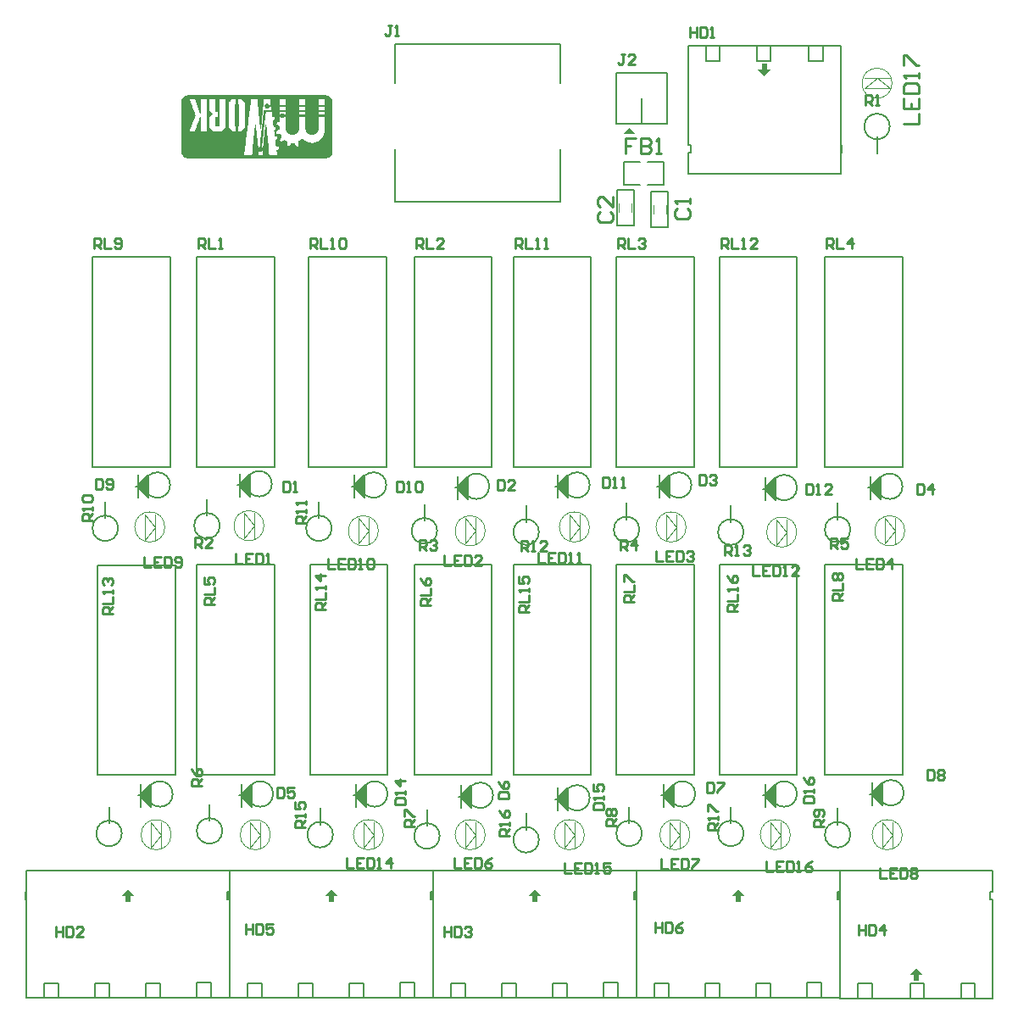
<source format=gto>
G04*
G04 #@! TF.GenerationSoftware,Altium Limited,Altium Designer,20.1.12 (249)*
G04*
G04 Layer_Color=65535*
%FSTAX24Y24*%
%MOIN*%
G70*
G04*
G04 #@! TF.SameCoordinates,3ECB986E-075F-4DB5-9EE9-704FFB054EE1*
G04*
G04*
G04 #@! TF.FilePolarity,Positive*
G04*
G01*
G75*
%ADD10C,0.0040*%
%ADD11C,0.0070*%
%ADD12C,0.0010*%
%ADD13C,0.0050*%
%ADD14C,0.0079*%
%ADD15C,0.0100*%
G36*
X044526Y047076D02*
X044676D01*
X044426Y046826D01*
X044176Y047076D01*
X044326D01*
Y047326D01*
X044526D01*
Y047076D01*
D02*
G37*
G36*
X03935Y04454D02*
X03885Y04454D01*
X0391Y04479D01*
X03935Y04454D01*
D02*
G37*
G36*
X0242Y03035D02*
X02415D01*
X0238Y0307D01*
Y0308D01*
X0242Y03115D01*
Y03035D01*
D02*
G37*
G36*
X0407Y0303D02*
X04065D01*
X0403Y03065D01*
Y03075D01*
X0407Y0311D01*
Y0303D01*
D02*
G37*
G36*
X0367D02*
X03665D01*
X0363Y03065D01*
Y03075D01*
X0367Y0311D01*
Y0303D01*
D02*
G37*
G36*
X0287D02*
X02865D01*
X0283Y03065D01*
Y03075D01*
X0287Y0311D01*
Y0303D01*
D02*
G37*
G36*
X0202D02*
X02015D01*
X0198Y03065D01*
Y03075D01*
X0202Y0311D01*
Y0303D01*
D02*
G37*
G36*
X049Y03025D02*
X04895D01*
X0486Y0306D01*
Y0307D01*
X049Y03105D01*
Y03025D01*
D02*
G37*
G36*
X03275D02*
X0327D01*
X03235Y0306D01*
Y0307D01*
X03275Y03105D01*
Y03025D01*
D02*
G37*
G36*
X04485Y0302D02*
X0448D01*
X04445Y03055D01*
Y03065D01*
X04485Y031D01*
Y0302D01*
D02*
G37*
G36*
X04905Y0182D02*
X049D01*
X04865Y01855D01*
Y01865D01*
X04905Y019D01*
Y0182D01*
D02*
G37*
G36*
X04485Y01815D02*
X0448D01*
X04445Y0185D01*
Y0186D01*
X04485Y01895D01*
X04485Y01815D01*
D02*
G37*
G36*
X04085D02*
X0408D01*
X04045Y0185D01*
Y0186D01*
X04085Y01895D01*
Y01815D01*
D02*
G37*
G36*
X02875D02*
X0287D01*
X02835Y0185D01*
Y0186D01*
X02875Y01895D01*
Y01815D01*
D02*
G37*
G36*
X02425D02*
X0242D01*
X02385Y0185D01*
Y0186D01*
X02425Y01895D01*
Y01815D01*
D02*
G37*
G36*
X0203D02*
X02025D01*
X0199Y0185D01*
Y0186D01*
X0203Y01895D01*
Y01815D01*
D02*
G37*
G36*
X0329Y0181D02*
X03285D01*
X0325Y01845D01*
Y01855D01*
X0329Y0189D01*
Y0181D01*
D02*
G37*
G36*
X0367Y018D02*
X03665D01*
X0363Y01835D01*
Y01845D01*
X0367Y0188D01*
Y018D01*
D02*
G37*
G36*
X04365Y0146D02*
X0435D01*
X0435Y01435D01*
X0433D01*
X0433Y0146D01*
X04315D01*
X0434Y01485D01*
X04365Y0146D01*
D02*
G37*
G36*
X03565D02*
X0355D01*
Y01435D01*
X0353Y01435D01*
X0353Y0146D01*
X03515D01*
X0354Y01485D01*
X03565Y0146D01*
D02*
G37*
G36*
X019649Y014599D02*
X019499D01*
X019499Y014349D01*
X019299D01*
X019299Y014599D01*
X019149D01*
X019399Y014849D01*
X019649Y014599D01*
D02*
G37*
G36*
X027649Y014599D02*
X027499D01*
Y014349D01*
X027299Y014349D01*
X027299Y014599D01*
X027149D01*
X027399Y014849D01*
X027649Y014599D01*
D02*
G37*
G36*
X05065Y0115D02*
X0505D01*
Y01125D01*
X0503D01*
Y0115D01*
X05015D01*
X0504Y01175D01*
X05065Y0115D01*
D02*
G37*
D10*
X049441Y04655D02*
G03*
X049441Y04655I-000591J0D01*
G01*
X029241Y02895D02*
G03*
X029241Y02895I-000591J0D01*
G01*
X033441D02*
G03*
X033441Y02895I-000591J0D01*
G01*
X037541Y0291D02*
G03*
X037541Y0291I-000591J0D01*
G01*
X041341D02*
G03*
X041341Y0291I-000591J0D01*
G01*
X045691Y0289D02*
G03*
X045691Y0289I-000591J0D01*
G01*
X049941Y02895D02*
G03*
X049941Y02895I-000591J0D01*
G01*
X041491Y017D02*
G03*
X041491Y017I-000591J0D01*
G01*
X045441Y017D02*
G03*
X045441Y017I-000591J0D01*
G01*
X049841D02*
G03*
X049841Y017I-000591J0D01*
G01*
X037341D02*
G03*
X037341Y017I-000591J0D01*
G01*
X033441D02*
G03*
X033441Y017I-000591J0D01*
G01*
X029441D02*
G03*
X029441Y017I-000591J0D01*
G01*
X024991D02*
G03*
X024991Y017I-000591J0D01*
G01*
X021091D02*
G03*
X021091Y017I-000591J0D01*
G01*
X020841Y0291D02*
G03*
X020841Y0291I-000591J0D01*
G01*
X024741Y02915D02*
G03*
X024741Y02915I-000591J0D01*
G01*
X04835Y04635D02*
X04935D01*
X04885Y04675D02*
X04935Y04635D01*
X04885Y04675D02*
X04935Y04675D01*
X04835Y04635D02*
X04885Y04675D01*
X04835Y04675D02*
X04885Y04675D01*
X0392Y04148D02*
Y04182D01*
X0387Y04148D02*
Y04182D01*
X04055Y04143D02*
Y04177D01*
X04005D02*
X04005Y04143D01*
X02845Y02845D02*
Y02945D01*
Y02845D02*
X02885Y02895D01*
X02885Y02845D02*
X02885Y02895D01*
X02845Y02945D02*
X02885Y02895D01*
X02885Y02945D02*
X02885Y02895D01*
X03265Y02845D02*
Y02945D01*
Y02845D02*
X03305Y02895D01*
Y02845D02*
Y02895D01*
X03265Y02945D02*
X03305Y02895D01*
Y02945D01*
X03675Y0286D02*
Y0296D01*
Y0286D02*
X03715Y0291D01*
X03715Y0286D02*
X03715Y0291D01*
X03675Y0296D02*
X03715Y0291D01*
X03715Y0296D02*
X03715Y0291D01*
X04055Y0286D02*
Y0296D01*
Y0286D02*
X04095Y0291D01*
Y0286D02*
Y0291D01*
X04055Y0296D02*
X04095Y0291D01*
Y0296D01*
X0449Y0284D02*
Y0294D01*
Y0284D02*
X0453Y0289D01*
X0453Y0284D02*
X0453Y0289D01*
X0449Y0294D02*
X0453Y0289D01*
X0453Y0294D02*
X0453Y0289D01*
X04915Y02845D02*
Y02945D01*
Y02845D02*
X04955Y02895D01*
Y02845D02*
Y02895D01*
X04915Y02945D02*
X04955Y02895D01*
Y02945D01*
X0407Y0165D02*
Y0175D01*
Y0165D02*
X0411Y017D01*
Y0165D02*
Y017D01*
X0407Y0175D02*
X0411Y017D01*
Y0175D01*
X04465Y0165D02*
Y0175D01*
Y0165D02*
X04505Y017D01*
X04505Y0165D02*
X04505Y017D01*
X04465Y0175D02*
X04505Y017D01*
X04505Y0175D02*
X04505Y017D01*
X04905Y0165D02*
Y0175D01*
Y0165D02*
X04945Y017D01*
X04945Y0165D02*
X04945Y017D01*
X04905Y0175D02*
X04945Y017D01*
X04945Y0175D02*
X04945Y017D01*
X03655Y0165D02*
Y0175D01*
Y0165D02*
X03695Y017D01*
X03695Y0165D02*
X03695Y017D01*
X03655Y0175D02*
X03695Y017D01*
X03695Y0175D02*
X03695Y017D01*
X03265Y0165D02*
Y0175D01*
Y0165D02*
X03305Y017D01*
X03305Y0165D02*
X03305Y017D01*
X03265Y0175D02*
X03305Y017D01*
X03305Y0175D02*
X03305Y017D01*
X02865Y0165D02*
Y0175D01*
Y0165D02*
X02905Y017D01*
X02905Y0165D02*
X02905Y017D01*
X02865Y0175D02*
X02905Y017D01*
X02905Y0175D02*
X02905Y017D01*
X0242Y0165D02*
Y0175D01*
Y0165D02*
X0246Y017D01*
X0246Y0165D02*
X0246Y017D01*
X0242Y0175D02*
X0246Y017D01*
X0246Y0175D02*
X0246Y017D01*
X0203Y0165D02*
Y0175D01*
Y0165D02*
X0207Y017D01*
X0207Y0165D02*
X0207Y017D01*
X0203Y0175D02*
X0207Y017D01*
X0207Y0175D02*
X0207Y017D01*
X02005Y0286D02*
Y0296D01*
Y0286D02*
X02045Y0291D01*
X02045Y0286D02*
X02045Y0291D01*
X02005Y0296D02*
X02045Y0291D01*
X02045Y0296D02*
X02045Y0291D01*
X02395Y02865D02*
Y02965D01*
Y02865D02*
X02435Y02915D01*
X02435Y02865D02*
X02435Y02915D01*
X02395Y02965D02*
X02435Y02915D01*
X02435Y02965D02*
X02435Y02915D01*
D11*
X049352Y04485D02*
G03*
X049352Y04485I-000502J0D01*
G01*
X043602Y01705D02*
G03*
X043602Y01705I-000502J0D01*
G01*
X035552Y0168D02*
G03*
X035552Y0168I-000502J0D01*
G01*
X027452Y017D02*
G03*
X027452Y017I-000502J0D01*
G01*
X019152Y01705D02*
G03*
X019152Y01705I-000502J0D01*
G01*
X043602Y0289D02*
G03*
X043602Y0289I-000502J0D01*
G01*
X035552D02*
G03*
X035552Y0289I-000502J0D01*
G01*
X027402Y02905D02*
G03*
X027402Y02905I-000502J0D01*
G01*
X019002D02*
G03*
X019002Y02905I-000502J0D01*
G01*
X047802Y017D02*
G03*
X047802Y017I-000502J0D01*
G01*
X039602Y01705D02*
G03*
X039602Y01705I-000502J0D01*
G01*
X031652Y01695D02*
G03*
X031652Y01695I-000502J0D01*
G01*
X047802Y029D02*
G03*
X047802Y029I-000502J0D01*
G01*
X039502D02*
G03*
X039502Y029I-000502J0D01*
G01*
X031552Y02895D02*
G03*
X031552Y02895I-000502J0D01*
G01*
X023102Y01715D02*
G03*
X023102Y01715I-000502J0D01*
G01*
X023002Y02915D02*
G03*
X023002Y02915I-000502J0D01*
G01*
X04985Y0307D02*
G03*
X04985Y0307I-0005J0D01*
G01*
X0457Y03065D02*
G03*
X0457Y03065I-0005J0D01*
G01*
X04155Y03075D02*
G03*
X04155Y03075I-0005J0D01*
G01*
X03755D02*
G03*
X03755Y03075I-0005J0D01*
G01*
X02955D02*
G03*
X02955Y03075I-0005J0D01*
G01*
X02105D02*
G03*
X02105Y03075I-0005J0D01*
G01*
X0417Y0186D02*
G03*
X0417Y0186I-0005J0D01*
G01*
X0457D02*
G03*
X0457Y0186I-0005J0D01*
G01*
X0499Y01865D02*
G03*
X0499Y01865I-0005J0D01*
G01*
X03755Y01845D02*
G03*
X03755Y01845I-0005J0D01*
G01*
X03375Y01855D02*
G03*
X03375Y01855I-0005J0D01*
G01*
X0296Y0186D02*
G03*
X0296Y0186I-0005J0D01*
G01*
X0251D02*
G03*
X0251Y0186I-0005J0D01*
G01*
X02115D02*
G03*
X02115Y0186I-0005J0D01*
G01*
X0336Y0307D02*
G03*
X0336Y0307I-0005J0D01*
G01*
X02505Y0308D02*
G03*
X02505Y0308I-0005J0D01*
G01*
X0182Y01935D02*
X02125Y01935D01*
Y0276D01*
X0182Y0276D02*
X02125Y0276D01*
X0182Y01935D02*
X0182Y0276D01*
X0468Y031472D02*
X04985Y031472D01*
Y039722D01*
X0468Y039722D02*
X04985Y039722D01*
X0468Y031472D02*
X0468Y039722D01*
X04885Y0438D02*
Y04445D01*
X0431Y01745D02*
Y0181D01*
X03505Y0172D02*
Y01785D01*
X02695Y0174D02*
Y01805D01*
X01865Y01745D02*
Y0181D01*
X0431Y0293D02*
Y02995D01*
X03505Y0293D02*
Y02995D01*
X0269Y02945D02*
Y0301D01*
X0185Y02945D02*
Y0301D01*
X0473Y0174D02*
Y01805D01*
X0391Y01745D02*
Y0181D01*
X03115Y01735D02*
Y018D01*
X0473Y0294D02*
Y03005D01*
X039Y0294D02*
Y03005D01*
X03105Y02935D02*
Y03D01*
X0226Y01755D02*
Y0182D01*
X0225Y02955D02*
Y0302D01*
X0485Y03065D02*
X0486D01*
X049Y0302D02*
Y0311D01*
X0486Y0306D02*
X049Y0302D01*
X0486Y0306D02*
Y0307D01*
X049Y0311D01*
X0486Y0302D02*
Y0311D01*
X04435Y0306D02*
X04445D01*
X04485Y03015D02*
Y03105D01*
X04445Y03055D02*
X04485Y03015D01*
X04445Y03055D02*
Y03065D01*
X04485Y03105D01*
X04445Y03015D02*
Y03105D01*
X0402Y0307D02*
X0403D01*
X0407Y03025D02*
Y03115D01*
X0403Y03065D02*
X0407Y03025D01*
X0403Y03065D02*
Y03075D01*
X0407Y03115D01*
X0403Y03025D02*
Y03115D01*
X0362Y0307D02*
X0363D01*
X0367Y03025D02*
Y03115D01*
X0363Y03065D02*
X0367Y03025D01*
X0363Y03065D02*
Y03075D01*
X0367Y03115D01*
X0363Y03025D02*
Y03115D01*
X0282Y0307D02*
X0283D01*
X0287Y03025D02*
Y03115D01*
X0283Y03065D02*
X0287Y03025D01*
X0283Y03065D02*
Y03075D01*
X0287Y03115D01*
X0283Y03025D02*
Y03115D01*
X0197Y0307D02*
X0198D01*
X0202Y03025D02*
Y03115D01*
X0198Y03065D02*
X0202Y03025D01*
X0198Y03065D02*
Y03075D01*
X0202Y03115D01*
X0198Y03025D02*
Y03115D01*
X03935Y01445D02*
Y01475D01*
X0473D02*
X0474D01*
X0473Y01445D02*
Y01475D01*
Y01445D02*
X0474D01*
X04665Y01065D02*
Y0112D01*
X0461D02*
X04665D01*
X0461Y01065D02*
X0461Y0112D01*
X04465Y0106D02*
Y01115D01*
X0441D02*
X04465D01*
X0441D02*
X0441Y0106D01*
X04265Y0106D02*
Y01115D01*
X0421Y01115D02*
X04265Y01115D01*
X0421Y0106D02*
X0421Y01115D01*
X04065Y0106D02*
X04065Y01115D01*
X0401D02*
X04065D01*
X0401D02*
X0401Y0106D01*
X0394Y0156D02*
X0474D01*
X0394D02*
X0394Y0106D01*
X0474D02*
Y01445D01*
X0394Y0106D02*
X0474D01*
Y01475D02*
Y0156D01*
X04035Y01855D02*
X04045D01*
X04085Y0181D02*
Y019D01*
X04045Y0185D02*
X04085Y0181D01*
X04045Y0185D02*
Y0186D01*
X04085Y019D01*
X04045Y0181D02*
Y019D01*
X04435Y01855D02*
X04445D01*
X04485Y0181D02*
Y019D01*
X04445Y0185D02*
X04485Y0181D01*
X04445Y0185D02*
Y0186D01*
X04485Y019D01*
X04445Y0181D02*
Y019D01*
X04855Y0186D02*
X04865D01*
X04905Y01815D02*
Y01905D01*
X04865Y01855D02*
X04905Y01815D01*
X04865Y01855D02*
Y01865D01*
X04905Y01905D01*
X04865Y01815D02*
Y01905D01*
X0474Y01055D02*
X0534D01*
Y01445D01*
X0474Y0156D02*
X0474Y01055D01*
X0474Y0156D02*
X0534D01*
X0481Y01115D02*
X0481Y0106D01*
X0481Y01115D02*
X04865D01*
X04865Y0106D02*
X04865Y01115D01*
X05015Y0106D02*
Y01115D01*
X0507Y01115D01*
X0507Y0106D02*
X0507Y01115D01*
X05215Y01115D02*
X05215Y0106D01*
X05215Y01115D02*
X0527D01*
X0527Y0106D02*
X0527Y01115D01*
X0533Y01445D02*
X0534D01*
X0533D02*
Y01475D01*
X0534D01*
X04735Y01445D02*
Y01475D01*
X0534D02*
Y0156D01*
X0362Y0184D02*
X0363D01*
X0367Y01795D02*
Y01885D01*
X0363Y01835D02*
X0367Y01795D01*
X0363Y01835D02*
Y01845D01*
X0367Y01885D01*
X0363Y01795D02*
Y01885D01*
X0324Y0185D02*
X0325D01*
X0329Y01805D02*
Y01895D01*
X0325Y01845D02*
X0329Y01805D01*
X0325Y01845D02*
Y01855D01*
X0329Y01895D01*
X0325Y01805D02*
Y01895D01*
X03135Y01445D02*
Y01475D01*
X0393D02*
X0394Y01475D01*
X0393Y01445D02*
Y01475D01*
Y01445D02*
X0394Y01445D01*
X03865Y01065D02*
Y0112D01*
X0381D02*
X03865D01*
X0381Y01065D02*
X0381Y0112D01*
X03665Y0106D02*
Y01115D01*
X0361D02*
X03665D01*
X0361Y0106D02*
Y01115D01*
X03465Y0106D02*
Y01115D01*
X0341D02*
X03465D01*
X0341Y0106D02*
Y01115D01*
X03265Y0106D02*
Y01115D01*
X0321D02*
X03265D01*
X0321Y0106D02*
Y01115D01*
X0314Y0156D02*
X0394Y0156D01*
X0314Y0106D02*
Y0156D01*
X0394Y0106D02*
X0394Y01445D01*
X0314Y0106D02*
X0394D01*
X0394Y01475D02*
Y0156D01*
X02825Y01855D02*
X02835D01*
X02875Y0181D02*
Y019D01*
X02835Y0185D02*
X02875Y0181D01*
X02835Y0185D02*
Y0186D01*
X02875Y019D01*
X02835Y0181D02*
Y019D01*
X02375Y01855D02*
X02385D01*
X02425Y0181D02*
Y019D01*
X02385Y0185D02*
X02425Y0181D01*
X02385Y0185D02*
Y0186D01*
X02425Y019D01*
X02385Y0181D02*
Y019D01*
X023349Y014449D02*
Y014749D01*
X031299D02*
X031399Y014749D01*
X031299Y014449D02*
Y014749D01*
Y014449D02*
X031399Y014449D01*
X030649Y010649D02*
Y011199D01*
X030099D02*
X030649D01*
X030099Y010649D02*
X030099Y011199D01*
X028649Y010599D02*
Y011149D01*
X028099D02*
X028649D01*
X028099Y010599D02*
Y011149D01*
X026649Y010599D02*
Y011149D01*
X026099D02*
X026649D01*
X026099Y010599D02*
Y011149D01*
X024649Y010599D02*
Y011149D01*
X024099D02*
X024649D01*
X024099Y010599D02*
Y011149D01*
X023399Y015599D02*
X031399Y015599D01*
X023399Y010599D02*
Y015599D01*
X031399Y010599D02*
X031399Y014449D01*
X023399Y010599D02*
X031399D01*
X031399Y014749D02*
Y015599D01*
X0198Y01855D02*
X0199D01*
X0203Y0181D02*
Y019D01*
X0199Y0185D02*
X0203Y0181D01*
X0199Y0185D02*
Y0186D01*
X0203Y019D01*
X0199Y0181D02*
Y019D01*
X0221Y019367D02*
X02515Y019367D01*
Y027617D01*
X0221Y027617D02*
X02515Y027617D01*
X0221Y019367D02*
X0221Y027617D01*
X02655Y019367D02*
X0296Y019367D01*
Y027617D01*
X02655Y027617D02*
X0296Y027617D01*
X02655Y019367D02*
X02655Y027617D01*
X03065Y019367D02*
X0337Y019367D01*
Y027617D01*
X03065Y027617D02*
X0337Y027617D01*
X03065Y019367D02*
X03065Y027617D01*
X03455Y019367D02*
X0376Y019367D01*
Y027617D01*
X03455Y027617D02*
X0376Y027617D01*
X03455Y019367D02*
X03455Y027617D01*
X0386Y019367D02*
X04165Y019367D01*
Y027617D01*
X0386Y027617D02*
X04165Y027617D01*
X0386Y019367D02*
X0386Y027617D01*
X0468Y019367D02*
X04985Y019367D01*
Y027617D01*
X0468Y027617D02*
X04985Y027617D01*
X0468Y019367D02*
X0468Y027617D01*
X04265Y019367D02*
X0457Y019367D01*
Y027617D01*
X04265Y027617D02*
X0457Y027617D01*
X04265Y019367D02*
X04265Y027617D01*
X03225Y03065D02*
X03235D01*
X03275Y0302D02*
Y0311D01*
X03235Y0306D02*
X03275Y0302D01*
X03235Y0306D02*
Y0307D01*
X03275Y0311D01*
X03235Y0302D02*
Y0311D01*
X015349Y014449D02*
Y014749D01*
X023299D02*
X023399D01*
X023299Y014449D02*
Y014749D01*
Y014449D02*
X023399D01*
X022649Y010649D02*
Y011199D01*
X022099D02*
X022649D01*
X022099Y010649D02*
X022099Y011199D01*
X020649Y010599D02*
Y011149D01*
X020099D02*
X020649D01*
X020099D02*
X020099Y010599D01*
X018649Y010599D02*
Y011149D01*
X018099Y011149D02*
X018649Y011149D01*
X018099Y010599D02*
X018099Y011149D01*
X016649Y010599D02*
X016649Y011149D01*
X016099D02*
X016649D01*
X016099D02*
X016099Y010599D01*
X015399Y015599D02*
X023399D01*
X015399D02*
X015399Y010599D01*
X023399D02*
Y014449D01*
X015399Y010599D02*
X023399D01*
Y014749D02*
Y015599D01*
X0237Y03075D02*
X0238D01*
X0242Y0303D02*
Y0312D01*
X0238Y0307D02*
X0242Y0303D01*
X0238Y0307D02*
Y0308D01*
X0242Y0312D01*
X0238Y0303D02*
Y0312D01*
X041426Y048026D02*
X047426D01*
X041426Y044126D02*
X041426Y048026D01*
X047426Y042976D02*
Y048026D01*
X041426Y042976D02*
X047426D01*
X046726Y047426D02*
Y047976D01*
X046176Y047426D02*
X046726Y047426D01*
X046176Y047426D02*
Y047976D01*
X044676D02*
X044676Y047426D01*
X044126D02*
X044676D01*
X044126D02*
Y047976D01*
X042676Y047426D02*
Y047976D01*
X042126Y047426D02*
X042676D01*
X042126D02*
Y047976D01*
X041426Y044126D02*
X041526D01*
Y043826D02*
Y044126D01*
X041426Y043826D02*
X041526D01*
X047476D02*
Y044126D01*
X041426Y042976D02*
Y043826D01*
X03958Y04495D02*
Y04594D01*
X0386Y04495D02*
X0406Y04495D01*
X0386Y04595D02*
X0386Y04495D01*
X0386Y04595D02*
Y04695D01*
X0406Y04695D01*
X0406Y04495D01*
X0386Y031472D02*
X04165Y031472D01*
Y039722D01*
X0386Y039722D02*
X04165Y039722D01*
X0386Y031472D02*
X0386Y039722D01*
X03065Y031472D02*
X0337Y031472D01*
Y039722D01*
X03065Y039722D02*
X0337Y039722D01*
X03065Y031472D02*
X03065Y039722D01*
X0221Y031472D02*
X02515Y031472D01*
Y039722D01*
X0221Y039722D02*
X02515Y039722D01*
X0221Y031472D02*
X0221Y039722D01*
X04265Y031472D02*
X0457Y031472D01*
Y039722D01*
X04265Y039722D02*
X0457Y039722D01*
X04265Y031472D02*
X04265Y039722D01*
X03455Y031472D02*
X0376Y031472D01*
Y039722D01*
X03455Y039722D02*
X0376Y039722D01*
X03455Y031472D02*
X03455Y039722D01*
X0265Y031472D02*
X02955Y031472D01*
Y039722D01*
X0265Y039722D02*
X02955Y039722D01*
X0265Y031472D02*
X0265Y039722D01*
X018Y031472D02*
X02105Y031472D01*
Y039722D01*
X018Y039722D02*
X02105Y039722D01*
X018Y031472D02*
X018Y039722D01*
D12*
X02173Y043622D02*
X02717D01*
X02169Y043632D02*
X02721D01*
X02166Y043642D02*
X02724D01*
X02164Y043652D02*
X02726D01*
X02163Y043662D02*
X02727D01*
X02161Y043672D02*
X02729D01*
X0216Y043682D02*
X0273D01*
X02725Y043692D02*
X02731D01*
X02717D02*
X02724D01*
X02709D02*
X02716D01*
X02701D02*
X02708D01*
X02693D02*
X027D01*
X02685D02*
X02692D01*
X02677D02*
X02684D01*
X02669D02*
X02676D01*
X02661D02*
X02668D01*
X02653D02*
X0266D01*
X02645D02*
X02652D01*
X02637D02*
X02644D01*
X02629D02*
X02636D01*
X02621D02*
X02628D01*
X02613D02*
X0262D01*
X02605D02*
X02612D01*
X02597D02*
X02604D01*
X02589D02*
X02596D01*
X02581D02*
X02588D01*
X02573D02*
X0258D01*
X02565D02*
X02572D01*
X02557D02*
X02564D01*
X02549D02*
X02556D01*
X02541D02*
X02548D01*
X02533D02*
X0254D01*
X02525D02*
X02532D01*
X02517D02*
X02524D01*
X02509D02*
X02516D01*
X02501D02*
X02508D01*
X02493D02*
X025D01*
X02485D02*
X02492D01*
X02477D02*
X02484D01*
X02469D02*
X02476D01*
X02461D02*
X02468D01*
X02453D02*
X0246D01*
X02445D02*
X02452D01*
X02437D02*
X02444D01*
X02429D02*
X02436D01*
X02421D02*
X02428D01*
X02413D02*
X0242D01*
X02405D02*
X02412D01*
X02397D02*
X02404D01*
X02389D02*
X02396D01*
X02381D02*
X02388D01*
X02373D02*
X0238D01*
X02365D02*
X02372D01*
X02357D02*
X02364D01*
X02349D02*
X02356D01*
X02341D02*
X02348D01*
X02333D02*
X0234D01*
X02325D02*
X02332D01*
X02317D02*
X02324D01*
X02309D02*
X02316D01*
X02301D02*
X02308D01*
X02293D02*
X023D01*
X02285D02*
X02292D01*
X02277D02*
X02284D01*
X02269D02*
X02276D01*
X02261D02*
X02268D01*
X02253D02*
X0226D01*
X02245D02*
X02252D01*
X02237D02*
X02244D01*
X02229D02*
X02236D01*
X02221D02*
X02228D01*
X02213D02*
X0222D01*
X02205D02*
X02212D01*
X02197D02*
X02204D01*
X02189D02*
X02196D01*
X02181D02*
X02188D01*
X02173D02*
X0218D01*
X02165D02*
X02172D01*
X02159D02*
X02164D01*
X02157Y043702D02*
X02733D01*
X02157Y043712D02*
X02733D01*
X02156Y043722D02*
X02734D01*
X02155Y043732D02*
X02735D01*
X02526Y043742D02*
X02736D01*
X02468D02*
X02492D01*
X02427D02*
X02451D01*
X02154D02*
X02393D01*
X02526Y043752D02*
X02737D01*
X02468D02*
X02492D01*
X02427D02*
X02451D01*
X02153D02*
X02393D01*
X02526Y043762D02*
X02737D01*
X02468D02*
X02492D01*
X02427D02*
X02451D01*
X02153D02*
X02393D01*
X02733Y043772D02*
X02738D01*
X02725D02*
X02732D01*
X02717D02*
X02724D01*
X02709D02*
X02716D01*
X02701D02*
X02708D01*
X02693D02*
X027D01*
X02685D02*
X02692D01*
X02677D02*
X02684D01*
X02669D02*
X02676D01*
X02661D02*
X02668D01*
X02653D02*
X0266D01*
X02645D02*
X02652D01*
X02637D02*
X02644D01*
X02629D02*
X02636D01*
X02621D02*
X02628D01*
X02613D02*
X0262D01*
X02605D02*
X02612D01*
X02597D02*
X02604D01*
X02589D02*
X02596D01*
X02581D02*
X02588D01*
X02573D02*
X0258D01*
X02565D02*
X02572D01*
X02557D02*
X02564D01*
X02549D02*
X02556D01*
X02541D02*
X02548D01*
X02533D02*
X0254D01*
X02526D02*
X02532D01*
X02485D02*
X02492D01*
X02477D02*
X02484D01*
X02469D02*
X02476D01*
X02445D02*
X0245D01*
X02437D02*
X02444D01*
X02429D02*
X02436D01*
X02389D02*
X02393D01*
X02381D02*
X02388D01*
X02373D02*
X0238D01*
X02365D02*
X02372D01*
X02357D02*
X02364D01*
X02349D02*
X02356D01*
X02341D02*
X02348D01*
X02333D02*
X0234D01*
X02325D02*
X02332D01*
X02317D02*
X02324D01*
X02309D02*
X02316D01*
X02301D02*
X02308D01*
X02293D02*
X023D01*
X02285D02*
X02292D01*
X02277D02*
X02284D01*
X02269D02*
X02276D01*
X02261D02*
X02268D01*
X02253D02*
X0226D01*
X02245D02*
X02252D01*
X02237D02*
X02244D01*
X02229D02*
X02236D01*
X02221D02*
X02228D01*
X02213D02*
X0222D01*
X02205D02*
X02212D01*
X02197D02*
X02204D01*
X02189D02*
X02196D01*
X02181D02*
X02188D01*
X02173D02*
X0218D01*
X02165D02*
X02172D01*
X02157D02*
X02164D01*
X02152D02*
X02156D01*
X02526Y043782D02*
X02738D01*
X02468D02*
X02491D01*
X02428D02*
X0245D01*
X02152D02*
X02393D01*
X02526Y043792D02*
X02739D01*
X02469D02*
X02491D01*
X02428D02*
X0245D01*
X02151D02*
X02393D01*
X02526Y043802D02*
X02739D01*
X02469D02*
X02491D01*
X02428D02*
X0245D01*
X02151D02*
X02394D01*
X02525Y043812D02*
X02739D01*
X02469D02*
X02491D01*
X02428D02*
X0245D01*
X02151D02*
X02394D01*
X02525Y043822D02*
X0274D01*
X02469D02*
X02491D01*
X02428D02*
X0245D01*
X0215D02*
X02394D01*
X02525Y043832D02*
X0274D01*
X02469D02*
X02491D01*
X02428D02*
X0245D01*
X0215D02*
X02394D01*
X02525Y043842D02*
X0274D01*
X02469D02*
X02491D01*
X02428D02*
X0245D01*
X0215D02*
X02394D01*
X02733Y043852D02*
X0274D01*
X02725D02*
X02732D01*
X02717D02*
X02724D01*
X02709D02*
X02716D01*
X02701D02*
X02708D01*
X02693D02*
X027D01*
X02685D02*
X02692D01*
X02677D02*
X02684D01*
X02669D02*
X02676D01*
X02661D02*
X02668D01*
X02653D02*
X0266D01*
X02645D02*
X02652D01*
X02637D02*
X02644D01*
X02629D02*
X02636D01*
X02621D02*
X02628D01*
X02613D02*
X0262D01*
X02605D02*
X02612D01*
X02597D02*
X02604D01*
X02589D02*
X02596D01*
X02581D02*
X02588D01*
X02573D02*
X0258D01*
X02565D02*
X02572D01*
X02557D02*
X02564D01*
X02549D02*
X02556D01*
X02541D02*
X02548D01*
X02533D02*
X0254D01*
X02525D02*
X02532D01*
X02485D02*
X02491D01*
X02477D02*
X02484D01*
X02469D02*
X02476D01*
X02445D02*
X0245D01*
X02437D02*
X02444D01*
X02429D02*
X02436D01*
X02389D02*
X02394D01*
X02381D02*
X02388D01*
X02373D02*
X0238D01*
X02365D02*
X02372D01*
X02357D02*
X02364D01*
X02349D02*
X02356D01*
X02341D02*
X02348D01*
X02333D02*
X0234D01*
X02325D02*
X02332D01*
X02317D02*
X02324D01*
X02309D02*
X02316D01*
X02301D02*
X02308D01*
X02293D02*
X023D01*
X02285D02*
X02292D01*
X02277D02*
X02284D01*
X02269D02*
X02276D01*
X02261D02*
X02268D01*
X02253D02*
X0226D01*
X02245D02*
X02252D01*
X02237D02*
X02244D01*
X02229D02*
X02236D01*
X02221D02*
X02228D01*
X02213D02*
X0222D01*
X02205D02*
X02212D01*
X02197D02*
X02204D01*
X02189D02*
X02196D01*
X02181D02*
X02188D01*
X02173D02*
X0218D01*
X02165D02*
X02172D01*
X02157D02*
X02164D01*
X0215D02*
X02156D01*
X02525Y043862D02*
X02741D01*
X02469D02*
X02491D01*
X02428D02*
X0245D01*
X02149D02*
X02394D01*
X02525Y043872D02*
X02741D01*
X02469D02*
X02491D01*
X02429D02*
X0245D01*
X02149D02*
X02394D01*
X02525Y043882D02*
X02741D01*
X02469D02*
X02491D01*
X02429D02*
X02449D01*
X02149D02*
X02395D01*
X02524Y043892D02*
X02741D01*
X02469D02*
X0249D01*
X02455D02*
X02462D01*
X02429D02*
X02449D01*
X02149D02*
X02395D01*
X02524Y043902D02*
X02741D01*
X0247D02*
X0249D01*
X02454D02*
X02463D01*
X02429D02*
X02449D01*
X02149D02*
X02395D01*
X02524Y043912D02*
X02741D01*
X0247D02*
X0249D01*
X02453D02*
X02465D01*
X02429D02*
X02449D01*
X02149D02*
X02395D01*
X02524Y043922D02*
X02741D01*
X0247D02*
X0249D01*
X02452D02*
X02465D01*
X02429D02*
X02449D01*
X02149D02*
X02395D01*
X02733Y043932D02*
X0274D01*
X02725D02*
X02732D01*
X02717D02*
X02724D01*
X02709D02*
X02716D01*
X02701D02*
X02708D01*
X02693D02*
X027D01*
X02685D02*
X02692D01*
X02677D02*
X02684D01*
X02669D02*
X02676D01*
X02661D02*
X02668D01*
X02653D02*
X0266D01*
X02645D02*
X02652D01*
X02637D02*
X02644D01*
X02629D02*
X02636D01*
X02621D02*
X02628D01*
X02613D02*
X0262D01*
X02605D02*
X02612D01*
X02597D02*
X02604D01*
X02589D02*
X02596D01*
X02581D02*
X02588D01*
X02573D02*
X0258D01*
X02565D02*
X02572D01*
X02557D02*
X02564D01*
X02549D02*
X02556D01*
X02541D02*
X02548D01*
X02533D02*
X0254D01*
X02526D02*
X02532D01*
X02485D02*
X0249D01*
X02477D02*
X02484D01*
X0247D02*
X02476D01*
X02461D02*
X02466D01*
X02453D02*
X0246D01*
X02445D02*
X02449D01*
X02437D02*
X02444D01*
X02429D02*
X02436D01*
X02389D02*
X02395D01*
X02381D02*
X02388D01*
X02373D02*
X0238D01*
X02365D02*
X02372D01*
X02357D02*
X02364D01*
X02349D02*
X02356D01*
X02341D02*
X02348D01*
X02333D02*
X0234D01*
X02325D02*
X02332D01*
X02317D02*
X02324D01*
X02309D02*
X02316D01*
X02301D02*
X02308D01*
X02293D02*
X023D01*
X02285D02*
X02292D01*
X02277D02*
X02284D01*
X02269D02*
X02276D01*
X02261D02*
X02268D01*
X02253D02*
X0226D01*
X02245D02*
X02252D01*
X02237D02*
X02244D01*
X02229D02*
X02236D01*
X02221D02*
X02228D01*
X02213D02*
X0222D01*
X02205D02*
X02212D01*
X02197D02*
X02204D01*
X02189D02*
X02196D01*
X02181D02*
X02188D01*
X02173D02*
X0218D01*
X02165D02*
X02172D01*
X02157D02*
X02164D01*
X02149D02*
X02156D01*
X02528Y043942D02*
X02741D01*
X0247D02*
X0249D01*
X02451D02*
X02466D01*
X02429D02*
X02449D01*
X02149D02*
X02395D01*
X0253Y043952D02*
X02741D01*
X0247D02*
X0249D01*
X02451D02*
X02467D01*
X02429D02*
X02449D01*
X02149D02*
X02395D01*
X02532Y043962D02*
X02741D01*
X0247D02*
X0249D01*
X02451D02*
X02467D01*
X02429D02*
X02449D01*
X02149D02*
X02396D01*
X02534Y043972D02*
X02741D01*
X0247D02*
X0249D01*
X02451D02*
X02467D01*
X0243D02*
X02449D01*
X02149D02*
X02396D01*
X02534Y043982D02*
X02741D01*
X0247D02*
X0249D01*
X02451D02*
X02467D01*
X0243D02*
X02448D01*
X02149D02*
X02396D01*
X02533Y043992D02*
X02741D01*
X0247D02*
X02489D01*
X02451D02*
X02466D01*
X0243D02*
X02448D01*
X02149D02*
X02396D01*
X02533Y044002D02*
X02741D01*
X02471D02*
X02489D01*
X02452D02*
X02466D01*
X0243D02*
X02448D01*
X02149D02*
X02396D01*
X02733Y044012D02*
X0274D01*
X02725D02*
X02732D01*
X02717D02*
X02724D01*
X02709D02*
X02716D01*
X02701D02*
X02708D01*
X02693D02*
X027D01*
X02685D02*
X02692D01*
X02677D02*
X02684D01*
X02669D02*
X02676D01*
X02661D02*
X02668D01*
X02653D02*
X0266D01*
X02645D02*
X02652D01*
X02637D02*
X02644D01*
X02629D02*
X02636D01*
X02621D02*
X02628D01*
X02613D02*
X0262D01*
X02605D02*
X02612D01*
X02597D02*
X02604D01*
X02589D02*
X02596D01*
X02581D02*
X02588D01*
X02573D02*
X0258D01*
X02565D02*
X02572D01*
X02557D02*
X02564D01*
X02549D02*
X02556D01*
X02541D02*
X02548D01*
X02533D02*
X0254D01*
X02485D02*
X02489D01*
X02477D02*
X02484D01*
X02471D02*
X02476D01*
X02461D02*
X02465D01*
X02453D02*
X0246D01*
X02445D02*
X02448D01*
X02437D02*
X02444D01*
X0243D02*
X02436D01*
X02389D02*
X02396D01*
X02381D02*
X02388D01*
X02373D02*
X0238D01*
X02365D02*
X02372D01*
X02357D02*
X02364D01*
X02349D02*
X02356D01*
X02341D02*
X02348D01*
X02333D02*
X0234D01*
X02325D02*
X02332D01*
X02317D02*
X02324D01*
X02309D02*
X02316D01*
X02301D02*
X02308D01*
X02293D02*
X023D01*
X02285D02*
X02292D01*
X02277D02*
X02284D01*
X02269D02*
X02276D01*
X02261D02*
X02268D01*
X02253D02*
X0226D01*
X02245D02*
X02252D01*
X02237D02*
X02244D01*
X02229D02*
X02236D01*
X02221D02*
X02228D01*
X02213D02*
X0222D01*
X02205D02*
X02212D01*
X02197D02*
X02204D01*
X02189D02*
X02196D01*
X02181D02*
X02188D01*
X02173D02*
X0218D01*
X02165D02*
X02172D01*
X02157D02*
X02164D01*
X02149D02*
X02156D01*
X02533Y044022D02*
X02741D01*
X02471D02*
X02489D01*
X02454D02*
X02464D01*
X0243D02*
X02448D01*
X02149D02*
X02396D01*
X02533Y044032D02*
X02741D01*
X02471D02*
X02489D01*
X02455D02*
X02463D01*
X0243D02*
X02448D01*
X02149D02*
X02396D01*
X02532Y044042D02*
X02741D01*
X02471D02*
X02489D01*
X02457D02*
X02463D01*
X0243D02*
X02448D01*
X02149D02*
X02397D01*
X02532Y044052D02*
X02741D01*
X02471D02*
X02489D01*
X02457D02*
X02463D01*
X0243D02*
X02448D01*
X02149D02*
X02397D01*
X02603Y044062D02*
X02741D01*
X02532D02*
X02599D01*
X02471D02*
X02489D01*
X02457D02*
X02463D01*
X0243D02*
X02448D01*
X02149D02*
X02397D01*
X02606Y044072D02*
X02741D01*
X02532D02*
X02598D01*
X02471D02*
X02489D01*
X02458D02*
X02463D01*
X0243D02*
X02448D01*
X02149D02*
X02397D01*
X0261Y044082D02*
X02741D01*
X02574D02*
X02598D01*
X02532D02*
X02571D01*
X02471D02*
X02489D01*
X02458D02*
X02463D01*
X02431D02*
X02448D01*
X02149D02*
X02397D01*
X02733Y044092D02*
X0274D01*
X02725D02*
X02732D01*
X02717D02*
X02724D01*
X02709D02*
X02716D01*
X02701D02*
X02708D01*
X02693D02*
X027D01*
X02685D02*
X02692D01*
X02677D02*
X02684D01*
X02669D02*
X02676D01*
X02661D02*
X02668D01*
X02653D02*
X0266D01*
X02645D02*
X02652D01*
X02637D02*
X02644D01*
X02629D02*
X02636D01*
X02621D02*
X02628D01*
X02613D02*
X0262D01*
X02611D02*
X02612D01*
X02589D02*
X02596D01*
X02581D02*
X02588D01*
X02574D02*
X0258D01*
X02565D02*
X02567D01*
X02557D02*
X02564D01*
X02549D02*
X02556D01*
X02541D02*
X02548D01*
X02533D02*
X0254D01*
X02525D02*
X02532D01*
X02523D02*
X02524D01*
X02485D02*
X02488D01*
X02477D02*
X02484D01*
X02471D02*
X02476D01*
X02461D02*
X02463D01*
X02458D02*
X0246D01*
X02445D02*
X02447D01*
X02437D02*
X02444D01*
X02431D02*
X02436D01*
X02389D02*
X02396D01*
X02381D02*
X02388D01*
X02373D02*
X0238D01*
X02365D02*
X02372D01*
X02357D02*
X02364D01*
X02349D02*
X02356D01*
X02341D02*
X02348D01*
X02333D02*
X0234D01*
X02325D02*
X02332D01*
X02317D02*
X02324D01*
X02309D02*
X02316D01*
X02301D02*
X02308D01*
X02293D02*
X023D01*
X02285D02*
X02292D01*
X02277D02*
X02284D01*
X02269D02*
X02276D01*
X02261D02*
X02268D01*
X02253D02*
X0226D01*
X02245D02*
X02252D01*
X02237D02*
X02244D01*
X02229D02*
X02236D01*
X02221D02*
X02228D01*
X02213D02*
X0222D01*
X02205D02*
X02212D01*
X02197D02*
X02204D01*
X02189D02*
X02196D01*
X02181D02*
X02188D01*
X02173D02*
X0218D01*
X02165D02*
X02172D01*
X02157D02*
X02164D01*
X02149D02*
X02156D01*
X02611Y044102D02*
X02741D01*
X02575D02*
X02597D01*
X02522D02*
X02563D01*
X02471D02*
X02488D01*
X02458D02*
X02463D01*
X02431D02*
X02447D01*
X02149D02*
X02397D01*
X02611Y044112D02*
X02741D01*
X02576D02*
X02596D01*
X02522D02*
X02562D01*
X02472D02*
X02488D01*
X02458D02*
X02463D01*
X02431D02*
X02447D01*
X02149D02*
X02397D01*
X02611Y044122D02*
X02741D01*
X02576D02*
X02596D01*
X02522D02*
X02562D01*
X02472D02*
X02488D01*
X02458D02*
X02463D01*
X02431D02*
X02447D01*
X02149D02*
X02398D01*
X02611Y044132D02*
X02741D01*
X02577D02*
X02595D01*
X02521D02*
X02562D01*
X02472D02*
X02488D01*
X02458D02*
X02464D01*
X02431D02*
X02447D01*
X02149D02*
X02398D01*
X02611Y044142D02*
X02741D01*
X02578D02*
X02594D01*
X02521D02*
X02562D01*
X02472D02*
X02488D01*
X02458D02*
X02464D01*
X02431D02*
X02447D01*
X02149D02*
X02398D01*
X02611Y044152D02*
X02741D01*
X02578D02*
X02594D01*
X02521D02*
X02562D01*
X02472D02*
X02488D01*
X02458D02*
X02464D01*
X02431D02*
X02447D01*
X02149D02*
X02398D01*
X02611Y044162D02*
X02741D01*
X02579D02*
X02593D01*
X02521D02*
X02562D01*
X02472D02*
X02488D01*
X02459D02*
X02464D01*
X02431D02*
X02447D01*
X02149D02*
X02398D01*
X02733Y044172D02*
X0274D01*
X02725D02*
X02732D01*
X02717D02*
X02724D01*
X02709D02*
X02716D01*
X02701D02*
X02708D01*
X02693D02*
X027D01*
X02685D02*
X02692D01*
X02677D02*
X02684D01*
X02669D02*
X02676D01*
X02661D02*
X02668D01*
X02653D02*
X0266D01*
X02645D02*
X02652D01*
X02637D02*
X02644D01*
X02629D02*
X02636D01*
X02621D02*
X02628D01*
X02613D02*
X0262D01*
X02611D02*
X02612D01*
X02589D02*
X02593D01*
X02581D02*
X02588D01*
X02579D02*
X0258D01*
X02557D02*
X02562D01*
X02549D02*
X02556D01*
X02541D02*
X02548D01*
X02533D02*
X0254D01*
X02525D02*
X02532D01*
X02521D02*
X02524D01*
X02485D02*
X02488D01*
X02477D02*
X02484D01*
X02472D02*
X02476D01*
X02461D02*
X02464D01*
X02459D02*
X0246D01*
X02445D02*
X02447D01*
X02437D02*
X02444D01*
X02431D02*
X02436D01*
X02397D02*
X02398D01*
X02389D02*
X02396D01*
X02381D02*
X02388D01*
X02373D02*
X0238D01*
X02365D02*
X02372D01*
X02357D02*
X02364D01*
X02349D02*
X02356D01*
X02341D02*
X02348D01*
X02333D02*
X0234D01*
X02325D02*
X02332D01*
X02317D02*
X02324D01*
X02309D02*
X02316D01*
X02301D02*
X02308D01*
X02293D02*
X023D01*
X02285D02*
X02292D01*
X02277D02*
X02284D01*
X02269D02*
X02276D01*
X02261D02*
X02268D01*
X02253D02*
X0226D01*
X02245D02*
X02252D01*
X02237D02*
X02244D01*
X02229D02*
X02236D01*
X02221D02*
X02228D01*
X02213D02*
X0222D01*
X02205D02*
X02212D01*
X02197D02*
X02204D01*
X02189D02*
X02196D01*
X02181D02*
X02188D01*
X02173D02*
X0218D01*
X02165D02*
X02172D01*
X02157D02*
X02164D01*
X02149D02*
X02156D01*
X02611Y044182D02*
X02741D01*
X0258D02*
X02592D01*
X02521D02*
X02562D01*
X02472D02*
X02488D01*
X02459D02*
X02464D01*
X02432D02*
X02447D01*
X02149D02*
X02398D01*
X02611Y044192D02*
X02741D01*
X02581D02*
X02591D01*
X02521D02*
X02562D01*
X02472D02*
X02488D01*
X02459D02*
X02464D01*
X02432D02*
X02446D01*
X02149D02*
X02398D01*
X02611Y044202D02*
X02741D01*
X02581D02*
X02591D01*
X02521D02*
X02562D01*
X02472D02*
X02487D01*
X02459D02*
X02464D01*
X02432D02*
X02446D01*
X02149D02*
X02399D01*
X02668Y044212D02*
X02741D01*
X02611D02*
X02655D01*
X0252D02*
X02562D01*
X02473D02*
X02487D01*
X02459D02*
X02464D01*
X02432D02*
X02446D01*
X02149D02*
X02399D01*
X02673Y044222D02*
X02741D01*
X02611D02*
X0265D01*
X0252D02*
X02562D01*
X02473D02*
X02487D01*
X02459D02*
X02465D01*
X02432D02*
X02446D01*
X02149D02*
X02399D01*
X02677Y044232D02*
X02741D01*
X02611D02*
X02646D01*
X0252D02*
X02562D01*
X02473D02*
X02487D01*
X02459D02*
X02465D01*
X02432D02*
X02446D01*
X02149D02*
X02399D01*
X0268Y044242D02*
X02741D01*
X02611D02*
X02643D01*
X0252D02*
X02562D01*
X02473D02*
X02487D01*
X02459D02*
X02465D01*
X02432D02*
X02446D01*
X02149D02*
X02399D01*
X02733Y044252D02*
X0274D01*
X02725D02*
X02732D01*
X02717D02*
X02724D01*
X02709D02*
X02716D01*
X02701D02*
X02708D01*
X02693D02*
X027D01*
X02685D02*
X02692D01*
X02682D02*
X02684D01*
X02637D02*
X02641D01*
X02629D02*
X02636D01*
X02621D02*
X02628D01*
X02613D02*
X0262D01*
X02611D02*
X02612D01*
X02557D02*
X02562D01*
X02549D02*
X02556D01*
X02541D02*
X02548D01*
X02533D02*
X0254D01*
X02525D02*
X02532D01*
X0252D02*
X02524D01*
X02485D02*
X02487D01*
X02477D02*
X02484D01*
X02473D02*
X02476D01*
X02461D02*
X02465D01*
X02445D02*
X02446D01*
X02437D02*
X02444D01*
X02432D02*
X02436D01*
X02397D02*
X02399D01*
X02389D02*
X02396D01*
X02381D02*
X02388D01*
X02373D02*
X0238D01*
X02365D02*
X02372D01*
X02357D02*
X02364D01*
X02349D02*
X02356D01*
X02341D02*
X02348D01*
X02333D02*
X0234D01*
X02325D02*
X02332D01*
X02317D02*
X02324D01*
X02309D02*
X02316D01*
X02301D02*
X02308D01*
X02293D02*
X023D01*
X02285D02*
X02292D01*
X02277D02*
X02284D01*
X02269D02*
X02276D01*
X02261D02*
X02268D01*
X02253D02*
X0226D01*
X02245D02*
X02252D01*
X02237D02*
X02244D01*
X02229D02*
X02236D01*
X02221D02*
X02228D01*
X02213D02*
X0222D01*
X02205D02*
X02212D01*
X02197D02*
X02204D01*
X02189D02*
X02196D01*
X02181D02*
X02188D01*
X02173D02*
X0218D01*
X02165D02*
X02172D01*
X02157D02*
X02164D01*
X02149D02*
X02156D01*
X02684Y044262D02*
X02741D01*
X02611D02*
X02639D01*
X02542D02*
X02562D01*
X0252D02*
X02539D01*
X02473D02*
X02487D01*
X0246D02*
X02465D01*
X02432D02*
X02446D01*
X02149D02*
X02399D01*
X02686Y044272D02*
X02741D01*
X02611D02*
X02637D01*
X02544D02*
X0256D01*
X0252D02*
X02538D01*
X02473D02*
X02487D01*
X0246D02*
X02465D01*
X02432D02*
X02446D01*
X02149D02*
X02399D01*
X02688Y044282D02*
X02741D01*
X02611D02*
X02635D01*
X02546D02*
X02558D01*
X0252D02*
X02537D01*
X02473D02*
X02487D01*
X0246D02*
X02465D01*
X02432D02*
X02446D01*
X02149D02*
X024D01*
X0269Y044292D02*
X02741D01*
X02613D02*
X02633D01*
X02548D02*
X02556D01*
X02519D02*
X02536D01*
X02473D02*
X02487D01*
X0246D02*
X02465D01*
X02433D02*
X02445D01*
X02149D02*
X024D01*
X02691Y044302D02*
X02741D01*
X02614D02*
X02632D01*
X0255D02*
X02555D01*
X02519D02*
X02535D01*
X02473D02*
X02486D01*
X0246D02*
X02465D01*
X02433D02*
X02445D01*
X02149D02*
X024D01*
X02693Y044312D02*
X02741D01*
X02616D02*
X0263D01*
X02552D02*
X02554D01*
X02519D02*
X02534D01*
X02474D02*
X02486D01*
X0246D02*
X02466D01*
X02433D02*
X02445D01*
X02149D02*
X024D01*
X02694Y044322D02*
X02741D01*
X02617D02*
X02629D01*
X0252D02*
X02533D01*
X02474D02*
X02486D01*
X0246D02*
X02466D01*
X02433D02*
X02445D01*
X02149D02*
X024D01*
X02733Y044332D02*
X0274D01*
X02725D02*
X02732D01*
X02717D02*
X02724D01*
X02709D02*
X02716D01*
X02701D02*
X02708D01*
X02695D02*
X027D01*
X02621D02*
X02628D01*
X02618D02*
X0262D01*
X02525D02*
X02532D01*
X02522D02*
X02524D01*
X02485D02*
X02486D01*
X02477D02*
X02484D01*
X02474D02*
X02476D01*
X02461D02*
X02466D01*
X02437D02*
X02444D01*
X02433D02*
X02436D01*
X02397D02*
X024D01*
X02389D02*
X02396D01*
X02381D02*
X02388D01*
X02373D02*
X0238D01*
X02365D02*
X02372D01*
X02357D02*
X02364D01*
X02349D02*
X02356D01*
X02341D02*
X02348D01*
X02333D02*
X0234D01*
X02325D02*
X02332D01*
X02317D02*
X02324D01*
X02309D02*
X02316D01*
X02301D02*
X02308D01*
X02293D02*
X023D01*
X02285D02*
X02292D01*
X02277D02*
X02284D01*
X02269D02*
X02276D01*
X02261D02*
X02268D01*
X02253D02*
X0226D01*
X02245D02*
X02252D01*
X02237D02*
X02244D01*
X02229D02*
X02236D01*
X02221D02*
X02228D01*
X02213D02*
X0222D01*
X02205D02*
X02212D01*
X02197D02*
X02204D01*
X02189D02*
X02196D01*
X02181D02*
X02188D01*
X02173D02*
X0218D01*
X02165D02*
X02172D01*
X02157D02*
X02164D01*
X02149D02*
X02156D01*
X02696Y044342D02*
X02741D01*
X0262D02*
X02627D01*
X02524D02*
X02533D01*
X02474D02*
X02486D01*
X02461D02*
X02466D01*
X02433D02*
X02445D01*
X02149D02*
X024D01*
X02697Y044352D02*
X02741D01*
X02621D02*
X02626D01*
X02526D02*
X02533D01*
X02474D02*
X02486D01*
X02461D02*
X02466D01*
X02433D02*
X02445D01*
X02149D02*
X024D01*
X02698Y044362D02*
X02741D01*
X02622D02*
X02625D01*
X02528D02*
X02534D01*
X02474D02*
X02486D01*
X02461D02*
X02466D01*
X02433D02*
X02445D01*
X02149D02*
X02401D01*
X02699Y044372D02*
X02741D01*
X02623D02*
X02624D01*
X02528D02*
X02535D01*
X02474D02*
X02486D01*
X02461D02*
X02466D01*
X02433D02*
X02445D01*
X02149D02*
X02401D01*
X027Y044382D02*
X02741D01*
X02528D02*
X02535D01*
X02474D02*
X02486D01*
X02461D02*
X02466D01*
X02433D02*
X02445D01*
X02149D02*
X02401D01*
X02701Y044392D02*
X02741D01*
X02527D02*
X02536D01*
X02474D02*
X02486D01*
X02461D02*
X02466D01*
X02434D02*
X02445D01*
X02149D02*
X02401D01*
X02702Y044402D02*
X02741D01*
X02527D02*
X02536D01*
X02474D02*
X02486D01*
X02461D02*
X02467D01*
X02434D02*
X02444D01*
X02149D02*
X02401D01*
X02733Y044412D02*
X0274D01*
X02725D02*
X02732D01*
X02717D02*
X02724D01*
X02709D02*
X02716D01*
X02703D02*
X02708D01*
X02533D02*
X02537D01*
X02527D02*
X02532D01*
X02477D02*
X02484D01*
X02474D02*
X02476D01*
X02461D02*
X02467D01*
X02437D02*
X02444D01*
X02434D02*
X02436D01*
X02397D02*
X02401D01*
X02389D02*
X02396D01*
X02381D02*
X02388D01*
X02373D02*
X0238D01*
X02365D02*
X02372D01*
X02357D02*
X02364D01*
X02349D02*
X02356D01*
X02341D02*
X02348D01*
X02333D02*
X0234D01*
X02325D02*
X02332D01*
X02317D02*
X02324D01*
X02309D02*
X02316D01*
X02301D02*
X02308D01*
X02293D02*
X023D01*
X02285D02*
X02292D01*
X02277D02*
X02284D01*
X02269D02*
X02276D01*
X02261D02*
X02268D01*
X02253D02*
X0226D01*
X02245D02*
X02252D01*
X02237D02*
X02244D01*
X02229D02*
X02236D01*
X02221D02*
X02228D01*
X02213D02*
X0222D01*
X02205D02*
X02212D01*
X02197D02*
X02204D01*
X02189D02*
X02196D01*
X02181D02*
X02188D01*
X02173D02*
X0218D01*
X02165D02*
X02172D01*
X02157D02*
X02164D01*
X02149D02*
X02156D01*
X02703Y044422D02*
X02741D01*
X02527D02*
X02537D01*
X02475D02*
X02485D01*
X02462D02*
X02467D01*
X02434D02*
X02444D01*
X02149D02*
X02401D01*
X02704Y044432D02*
X02741D01*
X02527D02*
X02538D01*
X02475D02*
X02485D01*
X02462D02*
X02467D01*
X02434D02*
X02444D01*
X02149D02*
X02401D01*
X02705Y044442D02*
X02741D01*
X02526D02*
X02539D01*
X02475D02*
X02485D01*
X02462D02*
X02467D01*
X02434D02*
X02444D01*
X02149D02*
X02402D01*
X02705Y044452D02*
X02741D01*
X02526D02*
X02539D01*
X02475D02*
X02485D01*
X02462D02*
X02467D01*
X02434D02*
X02444D01*
X02149D02*
X02402D01*
X02706Y044462D02*
X02741D01*
X02526D02*
X0254D01*
X02475D02*
X02485D01*
X02462D02*
X02467D01*
X02434D02*
X02444D01*
X02149D02*
X02402D01*
X02706Y044472D02*
X02741D01*
X02526D02*
X0254D01*
X02475D02*
X02485D01*
X02462D02*
X02467D01*
X02434D02*
X02444D01*
X02149D02*
X02402D01*
X02707Y044482D02*
X02741D01*
X02517D02*
X02539D01*
X02475D02*
X02485D01*
X02462D02*
X02467D01*
X02434D02*
X02444D01*
X02149D02*
X02402D01*
X02733Y044492D02*
X0274D01*
X02725D02*
X02732D01*
X02717D02*
X02724D01*
X02709D02*
X02716D01*
X02707D02*
X02708D01*
X02533D02*
X02539D01*
X02525D02*
X02532D01*
X02517D02*
X02524D01*
X02477D02*
X02484D01*
X02475D02*
X02476D01*
X02462D02*
X02468D01*
X02437D02*
X02444D01*
X02434D02*
X02436D01*
X02397D02*
X02402D01*
X02389D02*
X02396D01*
X02381D02*
X02388D01*
X02373D02*
X0238D01*
X02365D02*
X02372D01*
X02357D02*
X02364D01*
X02349D02*
X02356D01*
X02341D02*
X02348D01*
X02333D02*
X0234D01*
X02325D02*
X02332D01*
X02317D02*
X02324D01*
X02309D02*
X02316D01*
X02301D02*
X02308D01*
X02293D02*
X023D01*
X02285D02*
X02292D01*
X02277D02*
X02284D01*
X02269D02*
X02276D01*
X02261D02*
X02268D01*
X02253D02*
X0226D01*
X02245D02*
X02252D01*
X02237D02*
X02244D01*
X02229D02*
X02236D01*
X02221D02*
X02228D01*
X02213D02*
X0222D01*
X02205D02*
X02212D01*
X02197D02*
X02204D01*
X02189D02*
X02196D01*
X02181D02*
X02188D01*
X02173D02*
X0218D01*
X02165D02*
X02172D01*
X02157D02*
X02164D01*
X02149D02*
X02156D01*
X02708Y044502D02*
X02741D01*
X02517D02*
X02538D01*
X02475D02*
X02485D01*
X02462D02*
X02468D01*
X02435D02*
X02443D01*
X02149D02*
X02402D01*
X02709Y044512D02*
X02741D01*
X02517D02*
X02538D01*
X02475D02*
X02484D01*
X02463D02*
X02468D01*
X02435D02*
X02443D01*
X02149D02*
X02402D01*
X02709Y044522D02*
X02741D01*
X02517D02*
X02537D01*
X02476D02*
X02484D01*
X02463D02*
X02468D01*
X02435D02*
X02443D01*
X02149D02*
X02403D01*
X02709Y044532D02*
X02741D01*
X02516D02*
X02537D01*
X02476D02*
X02484D01*
X02463D02*
X02468D01*
X02435D02*
X02443D01*
X02149D02*
X02403D01*
X0271Y044542D02*
X02741D01*
X02516D02*
X02537D01*
X02476D02*
X02484D01*
X02463D02*
X02468D01*
X02435D02*
X02443D01*
X02149D02*
X02403D01*
X0271Y044552D02*
X02741D01*
X02516D02*
X02536D01*
X02476D02*
X02484D01*
X02463D02*
X02468D01*
X02435D02*
X02443D01*
X02149D02*
X02403D01*
X02711Y044562D02*
X02741D01*
X02656D02*
X02667D01*
X02579D02*
X0259D01*
X02516D02*
X02536D01*
X02476D02*
X02484D01*
X02463D02*
X02468D01*
X02435D02*
X02443D01*
X02149D02*
X02403D01*
X02733Y044572D02*
X0274D01*
X02725D02*
X02732D01*
X02717D02*
X02724D01*
X02711D02*
X02716D01*
X02669D02*
X0267D01*
X02661D02*
X02668D01*
X02653D02*
X0266D01*
X02589D02*
X02594D01*
X02581D02*
X02588D01*
X02576D02*
X0258D01*
X02517D02*
X02521D01*
X02477D02*
X02484D01*
X02463D02*
X02468D01*
X02437D02*
X02443D01*
X02435D02*
X02436D01*
X02397D02*
X02403D01*
X02389D02*
X02396D01*
X02381D02*
X02388D01*
X02373D02*
X0238D01*
X02365D02*
X02372D01*
X02357D02*
X02364D01*
X02349D02*
X02356D01*
X02341D02*
X02348D01*
X02333D02*
X0234D01*
X02325D02*
X02332D01*
X02317D02*
X02324D01*
X02309D02*
X02316D01*
X02301D02*
X02308D01*
X02293D02*
X023D01*
X02285D02*
X02292D01*
X02277D02*
X02284D01*
X02269D02*
X02276D01*
X02261D02*
X02268D01*
X02253D02*
X0226D01*
X02245D02*
X02252D01*
X02237D02*
X02244D01*
X02229D02*
X02236D01*
X02221D02*
X02228D01*
X02213D02*
X0222D01*
X02205D02*
X02212D01*
X02197D02*
X02204D01*
X02189D02*
X02196D01*
X02181D02*
X02188D01*
X02173D02*
X0218D01*
X02165D02*
X02172D01*
X02157D02*
X02164D01*
X02149D02*
X02156D01*
X02711Y044582D02*
X02741D01*
X02651D02*
X02672D01*
X02574D02*
X02596D01*
X02516D02*
X02521D01*
X02476D02*
X02484D01*
X02463D02*
X02469D01*
X02435D02*
X02443D01*
X02149D02*
X02403D01*
X02711Y044592D02*
X02741D01*
X02649D02*
X02674D01*
X02572D02*
X02597D01*
X02516D02*
X02521D01*
X02476D02*
X02484D01*
X02463D02*
X02469D01*
X02435D02*
X02443D01*
X02149D02*
X02403D01*
X02712Y044602D02*
X02741D01*
X02647D02*
X02676D01*
X02571D02*
X02599D01*
X02516D02*
X0252D01*
X02476D02*
X02484D01*
X02464D02*
X02469D01*
X02436D02*
X02443D01*
X02149D02*
X02404D01*
X02712Y044612D02*
X02741D01*
X02646D02*
X02677D01*
X02569D02*
X026D01*
X02515D02*
X0252D01*
X02476D02*
X02484D01*
X02464D02*
X02469D01*
X02436D02*
X02442D01*
X02149D02*
X02404D01*
X02712Y044622D02*
X02741D01*
X02645D02*
X02678D01*
X02568D02*
X02601D01*
X02515D02*
X0252D01*
X02476D02*
X02483D01*
X02464D02*
X02469D01*
X02436D02*
X02442D01*
X02149D02*
X02404D01*
X02712Y044632D02*
X02741D01*
X02644D02*
X02679D01*
X02567D02*
X02603D01*
X02515D02*
X0252D01*
X02477D02*
X02483D01*
X02464D02*
X02469D01*
X02436D02*
X02442D01*
X02149D02*
X02404D01*
X02733Y044642D02*
X0274D01*
X02725D02*
X02732D01*
X02717D02*
X02724D01*
X02712D02*
X02716D01*
X02677D02*
X0268D01*
X02669D02*
X02676D01*
X02661D02*
X02668D01*
X02653D02*
X0266D01*
X02645D02*
X02652D01*
X02643D02*
X02644D01*
X02597D02*
X02603D01*
X02589D02*
X02596D01*
X02581D02*
X02588D01*
X02573D02*
X0258D01*
X02566D02*
X02572D01*
X02517D02*
X02519D01*
X02515D02*
X02516D01*
X02477D02*
X02483D01*
X02464D02*
X02468D01*
X02437D02*
X02442D01*
X02397D02*
X02404D01*
X02389D02*
X02396D01*
X02381D02*
X02388D01*
X02373D02*
X0238D01*
X02365D02*
X02372D01*
X02357D02*
X02364D01*
X02349D02*
X02356D01*
X02341D02*
X02348D01*
X02333D02*
X0234D01*
X02325D02*
X02332D01*
X02317D02*
X02324D01*
X02309D02*
X02316D01*
X02301D02*
X02308D01*
X02293D02*
X023D01*
X02285D02*
X02292D01*
X02277D02*
X02284D01*
X02269D02*
X02276D01*
X02261D02*
X02268D01*
X02253D02*
X0226D01*
X02245D02*
X02252D01*
X02237D02*
X02244D01*
X02229D02*
X02236D01*
X02221D02*
X02228D01*
X02213D02*
X0222D01*
X02205D02*
X02212D01*
X02197D02*
X02204D01*
X02189D02*
X02196D01*
X02181D02*
X02188D01*
X02173D02*
X0218D01*
X02165D02*
X02172D01*
X02157D02*
X02164D01*
X02149D02*
X02156D01*
X02713Y044652D02*
X02741D01*
X02642D02*
X02681D01*
X02565D02*
X02604D01*
X02515D02*
X02519D01*
X02477D02*
X02483D01*
X02464D02*
X02469D01*
X02436D02*
X02442D01*
X02149D02*
X02404D01*
X02713Y044662D02*
X02741D01*
X02641D02*
X02682D01*
X02565D02*
X02605D01*
X02515D02*
X02519D01*
X02477D02*
X02483D01*
X02464D02*
X02469D01*
X02436D02*
X02442D01*
X02149D02*
X02404D01*
X02713Y044672D02*
X02741D01*
X02641D02*
X02683D01*
X02564D02*
X02606D01*
X02515D02*
X02518D01*
X02477D02*
X02483D01*
X02464D02*
X0247D01*
X02436D02*
X02442D01*
X02385D02*
X02404D01*
X02363D02*
X02368D01*
X02309D02*
X02347D01*
X02249D02*
X02271D01*
X02203D02*
X02223D01*
X02149D02*
X02177D01*
X02713Y044682D02*
X02741D01*
X0264D02*
X02683D01*
X02563D02*
X02606D01*
X02515D02*
X02518D01*
X02477D02*
X02483D01*
X02464D02*
X0247D01*
X02436D02*
X02442D01*
X02386D02*
X02405D01*
X02363D02*
X02368D01*
X0231D02*
X02346D01*
X02249D02*
X0227D01*
X02203D02*
X02223D01*
X02149D02*
X02178D01*
X02713Y044692D02*
X02741D01*
X0264D02*
X02684D01*
X02563D02*
X02607D01*
X02514D02*
X0252D01*
X02477D02*
X02483D01*
X02465D02*
X0247D01*
X02436D02*
X02442D01*
X02387D02*
X02405D01*
X02363D02*
X02368D01*
X02311D02*
X02345D01*
X02249D02*
X02269D01*
X02204D02*
X02223D01*
X02149D02*
X02178D01*
X02713Y044702D02*
X02741D01*
X02639D02*
X02684D01*
X02562D02*
X02607D01*
X02514D02*
X02522D01*
X02477D02*
X02483D01*
X02465D02*
X0247D01*
X02437D02*
X02442D01*
X02388D02*
X02405D01*
X02363D02*
X02368D01*
X02312D02*
X02344D01*
X02249D02*
X02268D01*
X02204D02*
X02223D01*
X02149D02*
X02179D01*
X02713Y044712D02*
X02741D01*
X02638D02*
X02685D01*
X02562D02*
X02608D01*
X02515D02*
X02523D01*
X02477D02*
X02483D01*
X02465D02*
X0247D01*
X02437D02*
X02441D01*
X02389D02*
X02405D01*
X02363D02*
X02368D01*
X02313D02*
X02343D01*
X02249D02*
X02267D01*
X02204D02*
X02223D01*
X02149D02*
X02179D01*
X02733Y044722D02*
X0274D01*
X02725D02*
X02732D01*
X02717D02*
X02724D01*
X02713D02*
X02716D01*
X02677D02*
X02684D01*
X02669D02*
X02676D01*
X02661D02*
X02668D01*
X02653D02*
X0266D01*
X02645D02*
X02652D01*
X02638D02*
X02644D01*
X02605D02*
X02608D01*
X02597D02*
X02604D01*
X02589D02*
X02596D01*
X02581D02*
X02588D01*
X02573D02*
X0258D01*
X02565D02*
X02572D01*
X02561D02*
X02564D01*
X02517D02*
X02524D01*
X02477D02*
X02482D01*
X02469D02*
X0247D01*
X02465D02*
X02468D01*
X02437D02*
X02441D01*
X02397D02*
X02404D01*
X0239D02*
X02396D01*
X02365D02*
X02368D01*
X02363D02*
X02364D01*
X02341D02*
X02342D01*
X02333D02*
X0234D01*
X02325D02*
X02332D01*
X02317D02*
X02324D01*
X02314D02*
X02316D01*
X02261D02*
X02266D01*
X02253D02*
X0226D01*
X02249D02*
X02252D01*
X02221D02*
X02223D01*
X02213D02*
X0222D01*
X02205D02*
X02212D01*
X02173D02*
X02179D01*
X02165D02*
X02172D01*
X02157D02*
X02164D01*
X02149D02*
X02156D01*
X02713Y044732D02*
X02741D01*
X02638D02*
X02685D01*
X02561D02*
X02609D01*
X02519D02*
X02527D01*
X02478D02*
X02482D01*
X02465D02*
X0247D01*
X02437D02*
X02441D01*
X02391D02*
X02405D01*
X02363D02*
X02368D01*
X02315D02*
X0234D01*
X02249D02*
X02264D01*
X02205D02*
X02223D01*
X02149D02*
X0218D01*
X02713Y044742D02*
X02741D01*
X02638D02*
X02686D01*
X02561D02*
X02609D01*
X02521D02*
X02529D01*
X02478D02*
X02482D01*
X02465D02*
X0247D01*
X02437D02*
X02441D01*
X02392D02*
X02405D01*
X02363D02*
X02368D01*
X02316D02*
X02339D01*
X02249D02*
X02263D01*
X02205D02*
X02223D01*
X02149D02*
X0218D01*
X02713Y044752D02*
X02741D01*
X02637D02*
X02686D01*
X0256D02*
X02609D01*
X02522D02*
X0253D01*
X02478D02*
X02482D01*
X02465D02*
X0247D01*
X02437D02*
X02441D01*
X02393D02*
X02405D01*
X02363D02*
X02368D01*
X02317D02*
X02338D01*
X02249D02*
X02262D01*
X02206D02*
X02223D01*
X02149D02*
X02181D01*
X02713Y044762D02*
X02741D01*
X02637D02*
X02686D01*
X0256D02*
X02609D01*
X02522D02*
X02532D01*
X02478D02*
X02482D01*
X02465D02*
X02471D01*
X02437D02*
X02441D01*
X02394D02*
X02406D01*
X02363D02*
X02368D01*
X02318D02*
X02337D01*
X02249D02*
X02261D01*
X02206D02*
X02223D01*
X02149D02*
X02181D01*
X02713Y044772D02*
X02741D01*
X02637D02*
X02686D01*
X0256D02*
X0261D01*
X02522D02*
X02533D01*
X02478D02*
X02482D01*
X02465D02*
X02471D01*
X02437D02*
X02441D01*
X02395D02*
X02406D01*
X02363D02*
X02368D01*
X02319D02*
X02336D01*
X02249D02*
X0226D01*
X02206D02*
X02223D01*
X02149D02*
X02181D01*
X02713Y044782D02*
X02741D01*
X02637D02*
X02686D01*
X0256D02*
X0261D01*
X02522D02*
X02533D01*
X02478D02*
X02482D01*
X02466D02*
X02471D01*
X02459D02*
X0246D01*
X02437D02*
X02441D01*
X02396D02*
X02406D01*
X02363D02*
X02368D01*
X0232D02*
X02335D01*
X02249D02*
X02259D01*
X02207D02*
X02223D01*
X02149D02*
X02182D01*
X02713Y044792D02*
X02741D01*
X02637D02*
X02687D01*
X0256D02*
X0261D01*
X02522D02*
X02533D01*
X02478D02*
X02482D01*
X02466D02*
X02471D01*
X02459D02*
X0246D01*
X02437D02*
X02441D01*
X02397D02*
X02406D01*
X02363D02*
X02368D01*
X02321D02*
X02334D01*
X02249D02*
X02258D01*
X02207D02*
X02223D01*
X02149D02*
X02182D01*
X02733Y044802D02*
X0274D01*
X02725D02*
X02732D01*
X02717D02*
X02724D01*
X02713D02*
X02716D01*
X02685D02*
X02687D01*
X02677D02*
X02684D01*
X02669D02*
X02676D01*
X02661D02*
X02668D01*
X02653D02*
X0266D01*
X02645D02*
X02652D01*
X02637D02*
X02644D01*
X02605D02*
X0261D01*
X02597D02*
X02604D01*
X02589D02*
X02596D01*
X02581D02*
X02588D01*
X02573D02*
X0258D01*
X02565D02*
X02572D01*
X0256D02*
X02564D01*
X02525D02*
X02532D01*
X02521D02*
X02524D01*
X02478D02*
X02482D01*
X02469D02*
X02471D01*
X02466D02*
X02468D01*
X02459D02*
X0246D01*
X02437D02*
X02441D01*
X02405D02*
X02406D01*
X02398D02*
X02404D01*
X02365D02*
X02368D01*
X02363D02*
X02364D01*
X02325D02*
X02332D01*
X02322D02*
X02324D01*
X02253D02*
X02257D01*
X02249D02*
X02252D01*
X02221D02*
X02223D01*
X02213D02*
X0222D01*
X02208D02*
X02212D01*
X02181D02*
X02182D01*
X02173D02*
X0218D01*
X02165D02*
X02172D01*
X02157D02*
X02164D01*
X02149D02*
X02156D01*
X02713Y044812D02*
X02741D01*
X02636D02*
X02687D01*
X0256D02*
X0261D01*
X02521D02*
X02533D01*
X02478D02*
X02482D01*
X02466D02*
X02471D01*
X02459D02*
X0246D01*
X02438D02*
X02441D01*
X02399D02*
X02406D01*
X02363D02*
X02368D01*
X02323D02*
X02332D01*
X02249D02*
X02256D01*
X02208D02*
X02223D01*
X02149D02*
X02183D01*
X02713Y044822D02*
X02741D01*
X02636D02*
X02687D01*
X0256D02*
X0261D01*
X02521D02*
X02533D01*
X02478D02*
X02481D01*
X02466D02*
X02471D01*
X02459D02*
X0246D01*
X02438D02*
X0244D01*
X02399D02*
X02406D01*
X02363D02*
X02368D01*
X02323D02*
X02332D01*
X02249D02*
X02256D01*
X02208D02*
X02223D01*
X02149D02*
X02183D01*
X02713Y044832D02*
X02741D01*
X02636D02*
X02687D01*
X0256D02*
X0261D01*
X02521D02*
X02533D01*
X02478D02*
X02481D01*
X02466D02*
X02471D01*
X02458D02*
X0246D01*
X02438D02*
X0244D01*
X02399D02*
X02406D01*
X02363D02*
X02368D01*
X02323D02*
X02332D01*
X02249D02*
X02256D01*
X02209D02*
X02223D01*
X02149D02*
X02184D01*
X02713Y044842D02*
X02741D01*
X02636D02*
X02687D01*
X0256D02*
X0261D01*
X02521D02*
X02533D01*
X02479D02*
X02481D01*
X02466D02*
X02471D01*
X02458D02*
X0246D01*
X02438D02*
X0244D01*
X02399D02*
X02407D01*
X02363D02*
X02368D01*
X02323D02*
X02332D01*
X02249D02*
X02256D01*
X02209D02*
X02223D01*
X02149D02*
X02184D01*
X02713Y044852D02*
X02741D01*
X02636D02*
X02687D01*
X0256D02*
X0261D01*
X0252D02*
X02533D01*
X02479D02*
X02481D01*
X02466D02*
X02472D01*
X02458D02*
X0246D01*
X02438D02*
X0244D01*
X02399D02*
X02407D01*
X02363D02*
X02368D01*
X02323D02*
X02332D01*
X02249D02*
X02256D01*
X02209D02*
X02223D01*
X02149D02*
X02184D01*
X02713Y044862D02*
X02741D01*
X02636D02*
X02687D01*
X0256D02*
X0261D01*
X02518D02*
X02533D01*
X02479D02*
X02481D01*
X02466D02*
X02472D01*
X02458D02*
X02461D01*
X02438D02*
X0244D01*
X02399D02*
X02407D01*
X02363D02*
X02368D01*
X02323D02*
X02332D01*
X02249D02*
X02256D01*
X0221D02*
X02223D01*
X02149D02*
X02185D01*
X02713Y044872D02*
X02741D01*
X02636D02*
X02687D01*
X0256D02*
X0261D01*
X02512D02*
X02532D01*
X02479D02*
X02481D01*
X02467D02*
X02472D01*
X02458D02*
X02461D01*
X02438D02*
X0244D01*
X02399D02*
X02407D01*
X02363D02*
X02368D01*
X02323D02*
X02332D01*
X02249D02*
X02256D01*
X0221D02*
X02223D01*
X02149D02*
X02185D01*
X02733Y044882D02*
X0274D01*
X02725D02*
X02732D01*
X02717D02*
X02724D01*
X02713D02*
X02716D01*
X02685D02*
X02687D01*
X02677D02*
X02684D01*
X02669D02*
X02676D01*
X02661D02*
X02668D01*
X02653D02*
X0266D01*
X02645D02*
X02652D01*
X02637D02*
X02644D01*
X02605D02*
X0261D01*
X02597D02*
X02604D01*
X02589D02*
X02596D01*
X02581D02*
X02588D01*
X02573D02*
X0258D01*
X02565D02*
X02572D01*
X0256D02*
X02564D01*
X02525D02*
X0253D01*
X02517D02*
X02524D01*
X02512D02*
X02516D01*
X02479D02*
X02481D01*
X02469D02*
X02472D01*
X02467D02*
X02468D01*
X02458D02*
X0246D01*
X02438D02*
X0244D01*
X02405D02*
X02407D01*
X02399D02*
X02404D01*
X02365D02*
X02368D01*
X02363D02*
X02364D01*
X02325D02*
X02332D01*
X02323D02*
X02324D01*
X02253D02*
X02256D01*
X02249D02*
X02252D01*
X02221D02*
X02223D01*
X02213D02*
X0222D01*
X0221D02*
X02212D01*
X02181D02*
X02186D01*
X02173D02*
X0218D01*
X02165D02*
X02172D01*
X02157D02*
X02164D01*
X02149D02*
X02156D01*
X02713Y044892D02*
X02741D01*
X02636D02*
X02687D01*
X0256D02*
X0261D01*
X02512D02*
X02528D01*
X02479D02*
X02481D01*
X02467D02*
X02472D01*
X02458D02*
X02461D01*
X02438D02*
X0244D01*
X02399D02*
X02407D01*
X02358D02*
X02373D01*
X02323D02*
X02332D01*
X02282D02*
X02297D01*
X02249D02*
X02256D01*
X02211D02*
X02223D01*
X02149D02*
X02186D01*
X02713Y044902D02*
X02741D01*
X02636D02*
X02687D01*
X0256D02*
X0261D01*
X02512D02*
X02527D01*
X02479D02*
X02481D01*
X02467D02*
X02472D01*
X02458D02*
X02461D01*
X02438D02*
X0244D01*
X02399D02*
X02407D01*
X02358D02*
X02373D01*
X02323D02*
X02332D01*
X02282D02*
X02297D01*
X02249D02*
X02256D01*
X02211D02*
X02223D01*
X02149D02*
X02186D01*
X02713Y044912D02*
X02741D01*
X02636D02*
X02687D01*
X0256D02*
X0261D01*
X02512D02*
X02525D01*
X02479D02*
X02481D01*
X02467D02*
X02472D01*
X02458D02*
X02461D01*
X02439D02*
X0244D01*
X02399D02*
X02407D01*
X02358D02*
X02373D01*
X02323D02*
X02332D01*
X02282D02*
X02297D01*
X02249D02*
X02256D01*
X02211D02*
X02223D01*
X02149D02*
X02187D01*
X02713Y044922D02*
X02741D01*
X02636D02*
X02687D01*
X0256D02*
X0261D01*
X02512D02*
X02524D01*
X02479D02*
X02481D01*
X02467D02*
X02472D01*
X02458D02*
X02461D01*
X02399D02*
X02408D01*
X02358D02*
X02373D01*
X02323D02*
X02332D01*
X02282D02*
X02297D01*
X02249D02*
X02256D01*
X02212D02*
X02223D01*
X02149D02*
X02187D01*
X02713Y044932D02*
X02741D01*
X02636D02*
X02687D01*
X0256D02*
X0261D01*
X02511D02*
X02522D01*
X02479D02*
X0248D01*
X02467D02*
X02472D01*
X02458D02*
X02461D01*
X02399D02*
X02408D01*
X02358D02*
X02373D01*
X02323D02*
X02332D01*
X02282D02*
X02297D01*
X02249D02*
X02256D01*
X02212D02*
X02223D01*
X02149D02*
X02187D01*
X02713Y044942D02*
X02741D01*
X02636D02*
X02687D01*
X0256D02*
X0261D01*
X02511D02*
X0252D01*
X02467D02*
X02473D01*
X02458D02*
X02461D01*
X02399D02*
X02408D01*
X02358D02*
X02373D01*
X02323D02*
X02332D01*
X02282D02*
X02297D01*
X02249D02*
X02256D01*
X02213D02*
X02223D01*
X02149D02*
X02188D01*
X02713Y044952D02*
X02741D01*
X02636D02*
X02687D01*
X0256D02*
X0261D01*
X02511D02*
X02521D01*
X02467D02*
X02473D01*
X02457D02*
X02461D01*
X02399D02*
X02408D01*
X02358D02*
X02373D01*
X02323D02*
X02332D01*
X02282D02*
X02297D01*
X02249D02*
X02256D01*
X02213D02*
X02223D01*
X02149D02*
X02188D01*
X02733Y044962D02*
X0274D01*
X02725D02*
X02732D01*
X02717D02*
X02724D01*
X02713D02*
X02716D01*
X02685D02*
X02687D01*
X02677D02*
X02684D01*
X02669D02*
X02676D01*
X02661D02*
X02668D01*
X02653D02*
X0266D01*
X02645D02*
X02652D01*
X02637D02*
X02644D01*
X02605D02*
X0261D01*
X02597D02*
X02604D01*
X02589D02*
X02596D01*
X02581D02*
X02588D01*
X02573D02*
X0258D01*
X02565D02*
X02572D01*
X0256D02*
X02564D01*
X02517D02*
X02521D01*
X02511D02*
X02516D01*
X02469D02*
X02473D01*
X02457D02*
X0246D01*
X02405D02*
X02408D01*
X02399D02*
X02404D01*
X02365D02*
X02372D01*
X02358D02*
X02364D01*
X02325D02*
X02332D01*
X02323D02*
X02324D01*
X02293D02*
X02297D01*
X02285D02*
X02292D01*
X02282D02*
X02284D01*
X02253D02*
X02256D01*
X02249D02*
X02252D01*
X02221D02*
X02223D01*
X02213D02*
X0222D01*
X02181D02*
X02188D01*
X02173D02*
X0218D01*
X02165D02*
X02172D01*
X02157D02*
X02164D01*
X02149D02*
X02156D01*
X02713Y044972D02*
X02741D01*
X02636D02*
X02687D01*
X0256D02*
X0261D01*
X02511D02*
X02521D01*
X02468D02*
X02473D01*
X02457D02*
X02462D01*
X02399D02*
X02408D01*
X02358D02*
X02373D01*
X02323D02*
X02332D01*
X02282D02*
X02297D01*
X02249D02*
X02256D01*
X02214D02*
X02223D01*
X02149D02*
X02189D01*
X02713Y044982D02*
X02741D01*
X02636D02*
X02687D01*
X0256D02*
X0261D01*
X02511D02*
X02521D01*
X02468D02*
X02473D01*
X02457D02*
X02462D01*
X02399D02*
X02408D01*
X02358D02*
X02373D01*
X02323D02*
X02332D01*
X02282D02*
X02297D01*
X02249D02*
X02256D01*
X02214D02*
X02223D01*
X02149D02*
X02189D01*
X02713Y044992D02*
X02741D01*
X02636D02*
X02687D01*
X0256D02*
X0261D01*
X02511D02*
X02522D01*
X02468D02*
X02473D01*
X02457D02*
X02462D01*
X02399D02*
X02408D01*
X02358D02*
X02373D01*
X02323D02*
X02332D01*
X02282D02*
X02297D01*
X02249D02*
X02256D01*
X02214D02*
X02223D01*
X02149D02*
X0219D01*
X02713Y045002D02*
X02741D01*
X02636D02*
X02687D01*
X0256D02*
X0261D01*
X02511D02*
X02522D01*
X02468D02*
X02473D01*
X02457D02*
X02462D01*
X02399D02*
X02409D01*
X02358D02*
X02373D01*
X02323D02*
X02332D01*
X02282D02*
X02297D01*
X02249D02*
X02256D01*
X02215D02*
X02223D01*
X02149D02*
X0219D01*
X02713Y045012D02*
X02741D01*
X02636D02*
X02687D01*
X0256D02*
X0261D01*
X0251D02*
X02522D01*
X02468D02*
X02473D01*
X02457D02*
X02462D01*
X02399D02*
X02409D01*
X02358D02*
X02373D01*
X02323D02*
X02332D01*
X02282D02*
X02297D01*
X02249D02*
X02256D01*
X02215D02*
X02223D01*
X02149D02*
X02191D01*
X02713Y045022D02*
X02741D01*
X02636D02*
X02687D01*
X0256D02*
X0261D01*
X0251D02*
X02522D01*
X02468D02*
X02473D01*
X02457D02*
X02462D01*
X02399D02*
X02409D01*
X02358D02*
X02373D01*
X02323D02*
X02332D01*
X02282D02*
X02297D01*
X02249D02*
X02256D01*
X02215D02*
X02223D01*
X02149D02*
X02191D01*
X02713Y045032D02*
X02741D01*
X02636D02*
X02687D01*
X0256D02*
X0261D01*
X0251D02*
X02523D01*
X02468D02*
X02474D01*
X02457D02*
X02462D01*
X02399D02*
X02409D01*
X02358D02*
X02373D01*
X02323D02*
X02332D01*
X02282D02*
X02297D01*
X02249D02*
X02256D01*
X02216D02*
X02223D01*
X02149D02*
X02191D01*
X02733Y045042D02*
X0274D01*
X02725D02*
X02732D01*
X02717D02*
X02724D01*
X02713D02*
X02716D01*
X02685D02*
X02687D01*
X02677D02*
X02684D01*
X02669D02*
X02676D01*
X02661D02*
X02668D01*
X02653D02*
X0266D01*
X02645D02*
X02652D01*
X02637D02*
X02644D01*
X02605D02*
X0261D01*
X02597D02*
X02604D01*
X02589D02*
X02596D01*
X02581D02*
X02588D01*
X02573D02*
X0258D01*
X02565D02*
X02572D01*
X0256D02*
X02564D01*
X02517D02*
X02523D01*
X0251D02*
X02516D01*
X02469D02*
X02474D01*
X02461D02*
X02462D01*
X02457D02*
X0246D01*
X02405D02*
X02409D01*
X02399D02*
X02404D01*
X02365D02*
X02372D01*
X02358D02*
X02364D01*
X02325D02*
X02332D01*
X02323D02*
X02324D01*
X02293D02*
X02297D01*
X02285D02*
X02292D01*
X02282D02*
X02284D01*
X02253D02*
X02256D01*
X02249D02*
X02252D01*
X02221D02*
X02223D01*
X02216D02*
X0222D01*
X02189D02*
X02192D01*
X02181D02*
X02188D01*
X02173D02*
X0218D01*
X02165D02*
X02172D01*
X02157D02*
X02164D01*
X02149D02*
X02156D01*
X02713Y045052D02*
X02741D01*
X02636D02*
X02687D01*
X0256D02*
X0261D01*
X0251D02*
X02523D01*
X02469D02*
X02474D01*
X02457D02*
X02462D01*
X02399D02*
X02409D01*
X02358D02*
X02373D01*
X02323D02*
X02332D01*
X02282D02*
X02297D01*
X02249D02*
X02256D01*
X02217D02*
X02223D01*
X02149D02*
X02192D01*
X02713Y045062D02*
X02741D01*
X02636D02*
X02687D01*
X0256D02*
X0261D01*
X0251D02*
X02533D01*
X02469D02*
X02474D01*
X02456D02*
X02462D01*
X02399D02*
X02409D01*
X02358D02*
X02373D01*
X02323D02*
X02332D01*
X02282D02*
X02297D01*
X02249D02*
X02256D01*
X02217D02*
X02223D01*
X02149D02*
X02193D01*
X02713Y045072D02*
X02741D01*
X02636D02*
X02687D01*
X0256D02*
X0261D01*
X0251D02*
X02533D01*
X02469D02*
X02474D01*
X02456D02*
X02462D01*
X02399D02*
X02409D01*
X02358D02*
X02373D01*
X02323D02*
X02332D01*
X02282D02*
X02297D01*
X02249D02*
X02256D01*
X02217D02*
X02223D01*
X02149D02*
X02193D01*
X02713Y045082D02*
X02741D01*
X02636D02*
X02687D01*
X0256D02*
X0261D01*
X0251D02*
X02533D01*
X02469D02*
X02474D01*
X02456D02*
X02462D01*
X02399D02*
X0241D01*
X02358D02*
X02373D01*
X02323D02*
X02332D01*
X02282D02*
X02297D01*
X02249D02*
X02256D01*
X02218D02*
X02223D01*
X02149D02*
X02193D01*
X02713Y045092D02*
X02741D01*
X02636D02*
X02687D01*
X0256D02*
X0261D01*
X02509D02*
X02533D01*
X02469D02*
X02474D01*
X02456D02*
X02463D01*
X02399D02*
X0241D01*
X02358D02*
X02373D01*
X02323D02*
X02332D01*
X02282D02*
X02297D01*
X02249D02*
X02256D01*
X02218D02*
X02223D01*
X02149D02*
X02194D01*
X02713Y045102D02*
X02741D01*
X02636D02*
X02687D01*
X0256D02*
X0261D01*
X0251D02*
X02533D01*
X02469D02*
X02474D01*
X02456D02*
X02463D01*
X02399D02*
X0241D01*
X02358D02*
X02373D01*
X02323D02*
X02332D01*
X02282D02*
X02297D01*
X02249D02*
X02256D01*
X02218D02*
X02223D01*
X02149D02*
X02194D01*
X02713Y045112D02*
X02741D01*
X02636D02*
X02687D01*
X0256D02*
X0261D01*
X02512D02*
X02533D01*
X02469D02*
X02474D01*
X02456D02*
X02463D01*
X02399D02*
X0241D01*
X02358D02*
X02373D01*
X02323D02*
X02332D01*
X02282D02*
X02297D01*
X02249D02*
X02256D01*
X02219D02*
X02223D01*
X02149D02*
X02194D01*
X02733Y045122D02*
X0274D01*
X02725D02*
X02732D01*
X02717D02*
X02724D01*
X02713D02*
X02716D01*
X02685D02*
X02687D01*
X02677D02*
X02684D01*
X02669D02*
X02676D01*
X02661D02*
X02668D01*
X02653D02*
X0266D01*
X02645D02*
X02652D01*
X02637D02*
X02644D01*
X02605D02*
X0261D01*
X02597D02*
X02604D01*
X02589D02*
X02596D01*
X02581D02*
X02588D01*
X02573D02*
X0258D01*
X02565D02*
X02572D01*
X0256D02*
X02564D01*
X02525D02*
X02532D01*
X02517D02*
X02524D01*
X02514D02*
X02516D01*
X02469D02*
X02475D01*
X02461D02*
X02463D01*
X02456D02*
X0246D01*
X02405D02*
X0241D01*
X02399D02*
X02404D01*
X02365D02*
X02372D01*
X02358D02*
X02364D01*
X02325D02*
X02332D01*
X02323D02*
X02324D01*
X02293D02*
X02297D01*
X02285D02*
X02292D01*
X02282D02*
X02284D01*
X02253D02*
X02256D01*
X02249D02*
X02252D01*
X02221D02*
X02223D01*
X02219D02*
X0222D01*
X02189D02*
X02195D01*
X02181D02*
X02188D01*
X02173D02*
X0218D01*
X02165D02*
X02172D01*
X02157D02*
X02164D01*
X02149D02*
X02156D01*
X02713Y045132D02*
X02741D01*
X02636D02*
X02687D01*
X0256D02*
X0261D01*
X02516D02*
X02533D01*
X02469D02*
X02475D01*
X02456D02*
X02463D01*
X02399D02*
X0241D01*
X02358D02*
X02373D01*
X02323D02*
X02332D01*
X02282D02*
X02297D01*
X02249D02*
X02256D01*
X02219D02*
X02223D01*
X02149D02*
X02195D01*
X02713Y045142D02*
X02741D01*
X02636D02*
X02687D01*
X0256D02*
X0261D01*
X02517D02*
X02533D01*
X0247D02*
X02475D01*
X02456D02*
X02463D01*
X02399D02*
X0241D01*
X02358D02*
X02373D01*
X02323D02*
X02332D01*
X02282D02*
X02297D01*
X02249D02*
X02256D01*
X0222D02*
X02223D01*
X02149D02*
X02196D01*
X02713Y045152D02*
X02741D01*
X02636D02*
X02687D01*
X0256D02*
X0261D01*
X02516D02*
X02533D01*
X0247D02*
X02475D01*
X02456D02*
X02463D01*
X02399D02*
X0241D01*
X02358D02*
X02373D01*
X02323D02*
X02332D01*
X02282D02*
X02297D01*
X02249D02*
X02256D01*
X0222D02*
X02223D01*
X02149D02*
X02196D01*
X02713Y045162D02*
X02741D01*
X02636D02*
X02687D01*
X0256D02*
X0261D01*
X02516D02*
X02533D01*
X0247D02*
X02475D01*
X02456D02*
X02463D01*
X02399D02*
X02411D01*
X02358D02*
X02373D01*
X02323D02*
X02332D01*
X02282D02*
X02297D01*
X02249D02*
X02256D01*
X0222D02*
X02223D01*
X02149D02*
X02196D01*
X02713Y045172D02*
X02741D01*
X02636D02*
X02687D01*
X0256D02*
X0261D01*
X02516D02*
X02533D01*
X0247D02*
X02475D01*
X02456D02*
X02463D01*
X02399D02*
X02411D01*
X02358D02*
X02373D01*
X02323D02*
X02332D01*
X02282D02*
X02297D01*
X02249D02*
X02256D01*
X02221D02*
X02223D01*
X02149D02*
X02197D01*
X02713Y045182D02*
X02741D01*
X02636D02*
X02687D01*
X0256D02*
X0261D01*
X02516D02*
X02533D01*
X0247D02*
X02475D01*
X02455D02*
X02463D01*
X02399D02*
X02411D01*
X02358D02*
X02373D01*
X02323D02*
X02332D01*
X02282D02*
X02297D01*
X02249D02*
X02256D01*
X02221D02*
X02223D01*
X02149D02*
X02197D01*
X02713Y045192D02*
X02741D01*
X02636D02*
X02687D01*
X0256D02*
X0261D01*
X02516D02*
X02533D01*
X0247D02*
X02475D01*
X02455D02*
X02463D01*
X02399D02*
X02411D01*
X02358D02*
X02373D01*
X02323D02*
X02332D01*
X02282D02*
X02297D01*
X02249D02*
X02256D01*
X02222D02*
X02223D01*
X02149D02*
X02198D01*
X02733Y045202D02*
X0274D01*
X02725D02*
X02732D01*
X02717D02*
X02724D01*
X02713D02*
X02716D01*
X02685D02*
X02687D01*
X02677D02*
X02684D01*
X02669D02*
X02676D01*
X02661D02*
X02668D01*
X02653D02*
X0266D01*
X02645D02*
X02652D01*
X02637D02*
X02644D01*
X02605D02*
X0261D01*
X02597D02*
X02604D01*
X02589D02*
X02596D01*
X02581D02*
X02588D01*
X02573D02*
X0258D01*
X02565D02*
X02572D01*
X0256D02*
X02564D01*
X02525D02*
X02532D01*
X02517D02*
X02524D01*
X02515D02*
X02516D01*
X0247D02*
X02475D01*
X02461D02*
X02464D01*
X02455D02*
X0246D01*
X02405D02*
X02411D01*
X02399D02*
X02404D01*
X02365D02*
X02372D01*
X02358D02*
X02364D01*
X02325D02*
X02332D01*
X02323D02*
X02324D01*
X02293D02*
X02297D01*
X02285D02*
X02292D01*
X02282D02*
X02284D01*
X02253D02*
X02256D01*
X02249D02*
X02252D01*
X02222D02*
X02223D01*
X02197D02*
X02198D01*
X02189D02*
X02196D01*
X02181D02*
X02188D01*
X02173D02*
X0218D01*
X02165D02*
X02172D01*
X02157D02*
X02164D01*
X02149D02*
X02156D01*
X02713Y045212D02*
X02741D01*
X02636D02*
X02687D01*
X0256D02*
X0261D01*
X02515D02*
X02533D01*
X0247D02*
X02476D01*
X02455D02*
X02464D01*
X02399D02*
X02411D01*
X02358D02*
X02373D01*
X02323D02*
X02332D01*
X02282D02*
X02297D01*
X02249D02*
X02256D01*
X02222D02*
X02223D01*
X02149D02*
X02198D01*
X02713Y045222D02*
X02741D01*
X02636D02*
X02687D01*
X0256D02*
X0261D01*
X02542D02*
X02547D01*
X02515D02*
X02533D01*
X02471D02*
X02476D01*
X02455D02*
X02464D01*
X02399D02*
X02411D01*
X02358D02*
X02373D01*
X02323D02*
X02332D01*
X02282D02*
X02297D01*
X02249D02*
X02256D01*
X02149D02*
X02199D01*
X02713Y045232D02*
X02741D01*
X02636D02*
X02687D01*
X0256D02*
X0261D01*
X0254D02*
X02549D01*
X02515D02*
X02533D01*
X02471D02*
X02476D01*
X02455D02*
X02464D01*
X02399D02*
X02411D01*
X02358D02*
X02373D01*
X02323D02*
X02332D01*
X02282D02*
X02297D01*
X02249D02*
X02256D01*
X02149D02*
X02199D01*
X02713Y045242D02*
X02741D01*
X02636D02*
X02687D01*
X0256D02*
X0261D01*
X02539D02*
X0255D01*
X02515D02*
X02533D01*
X02471D02*
X02476D01*
X02455D02*
X02464D01*
X02399D02*
X02412D01*
X02358D02*
X02373D01*
X02323D02*
X02332D01*
X02293D02*
X02297D01*
X02249D02*
X02256D01*
X02149D02*
X02199D01*
X02713Y045252D02*
X02741D01*
X02636D02*
X02687D01*
X0256D02*
X0261D01*
X02538D02*
X02551D01*
X02509D02*
X02533D01*
X02471D02*
X02476D01*
X02455D02*
X02464D01*
X02399D02*
X02412D01*
X02358D02*
X02373D01*
X02323D02*
X02332D01*
X02293D02*
X02297D01*
X02249D02*
X02257D01*
X02149D02*
X022D01*
X02713Y045262D02*
X02741D01*
X02636D02*
X02687D01*
X0256D02*
X0261D01*
X02537D02*
X02551D01*
X02507D02*
X02533D01*
X02471D02*
X02476D01*
X02455D02*
X02464D01*
X02399D02*
X02412D01*
X02358D02*
X02373D01*
X02323D02*
X02332D01*
X02293D02*
X02297D01*
X02249D02*
X02258D01*
X02149D02*
X022D01*
X02537Y045272D02*
X02741D01*
X02507D02*
X02533D01*
X02471D02*
X02476D01*
X02455D02*
X02464D01*
X02399D02*
X02412D01*
X02358D02*
X02373D01*
X02323D02*
X02332D01*
X02293D02*
X02297D01*
X02249D02*
X02259D01*
X02149D02*
X02201D01*
X02733Y045282D02*
X0274D01*
X02725D02*
X02732D01*
X02717D02*
X02724D01*
X02709D02*
X02716D01*
X02701D02*
X02708D01*
X02693D02*
X027D01*
X02685D02*
X02692D01*
X02677D02*
X02684D01*
X02669D02*
X02676D01*
X02661D02*
X02668D01*
X02653D02*
X0266D01*
X02645D02*
X02652D01*
X02637D02*
X02644D01*
X02629D02*
X02636D01*
X02621D02*
X02628D01*
X02613D02*
X0262D01*
X02605D02*
X02612D01*
X02597D02*
X02604D01*
X02589D02*
X02596D01*
X02581D02*
X02588D01*
X02573D02*
X0258D01*
X02565D02*
X02572D01*
X02557D02*
X02564D01*
X02549D02*
X02556D01*
X02541D02*
X02548D01*
X02537D02*
X0254D01*
X02525D02*
X02532D01*
X02517D02*
X02524D01*
X02509D02*
X02516D01*
X02507D02*
X02508D01*
X02471D02*
X02476D01*
X02461D02*
X02464D01*
X02455D02*
X0246D01*
X02405D02*
X02412D01*
X02399D02*
X02404D01*
X02365D02*
X02372D01*
X02358D02*
X02364D01*
X02325D02*
X02332D01*
X02323D02*
X02324D01*
X02293D02*
X02297D01*
X02253D02*
X0226D01*
X02249D02*
X02252D01*
X02197D02*
X02201D01*
X02189D02*
X02196D01*
X02181D02*
X02188D01*
X02173D02*
X0218D01*
X02165D02*
X02172D01*
X02157D02*
X02164D01*
X02149D02*
X02156D01*
X02536Y045292D02*
X02741D01*
X02507D02*
X02533D01*
X02471D02*
X02476D01*
X02455D02*
X02464D01*
X02399D02*
X02412D01*
X02358D02*
X02373D01*
X02323D02*
X02332D01*
X02293D02*
X02297D01*
X02249D02*
X02261D01*
X02149D02*
X02201D01*
X02536Y045302D02*
X02741D01*
X02507D02*
X02533D01*
X02471D02*
X02477D01*
X02454D02*
X02464D01*
X02399D02*
X02412D01*
X02358D02*
X02373D01*
X02323D02*
X02332D01*
X02293D02*
X02297D01*
X02249D02*
X02262D01*
X02149D02*
X02202D01*
X02537Y045312D02*
X02741D01*
X02507D02*
X02533D01*
X02472D02*
X02477D01*
X02454D02*
X02464D01*
X02399D02*
X02412D01*
X02358D02*
X02373D01*
X02323D02*
X02332D01*
X02293D02*
X02297D01*
X02249D02*
X02263D01*
X02149D02*
X02201D01*
X02537Y045322D02*
X02741D01*
X02507D02*
X02533D01*
X02472D02*
X02477D01*
X02454D02*
X02465D01*
X02399D02*
X02413D01*
X02358D02*
X02373D01*
X02323D02*
X02332D01*
X02293D02*
X02297D01*
X02249D02*
X02264D01*
X02149D02*
X02201D01*
X02713Y045332D02*
X02741D01*
X02636D02*
X02687D01*
X0256D02*
X0261D01*
X02537D02*
X02551D01*
X02506D02*
X02533D01*
X02472D02*
X02477D01*
X02454D02*
X02465D01*
X02399D02*
X02413D01*
X02358D02*
X02373D01*
X02323D02*
X02332D01*
X02293D02*
X02297D01*
X02249D02*
X02265D01*
X02149D02*
X02201D01*
X02713Y045342D02*
X02741D01*
X02636D02*
X02687D01*
X0256D02*
X0261D01*
X02538D02*
X02551D01*
X02506D02*
X02533D01*
X02472D02*
X02477D01*
X02454D02*
X02465D01*
X02399D02*
X02413D01*
X02358D02*
X02373D01*
X02323D02*
X02332D01*
X02293D02*
X02297D01*
X02249D02*
X02266D01*
X02149D02*
X022D01*
X02713Y045352D02*
X02741D01*
X02636D02*
X02687D01*
X0256D02*
X0261D01*
X02539D02*
X0255D01*
X02506D02*
X02533D01*
X02472D02*
X02477D01*
X02454D02*
X02465D01*
X02399D02*
X02413D01*
X02358D02*
X02373D01*
X02323D02*
X02332D01*
X02293D02*
X02297D01*
X02249D02*
X02267D01*
X02149D02*
X022D01*
X02733Y045362D02*
X0274D01*
X02725D02*
X02732D01*
X02717D02*
X02724D01*
X02713D02*
X02716D01*
X02685D02*
X02687D01*
X02677D02*
X02684D01*
X02669D02*
X02676D01*
X02661D02*
X02668D01*
X02653D02*
X0266D01*
X02645D02*
X02652D01*
X02637D02*
X02644D01*
X02605D02*
X0261D01*
X02597D02*
X02604D01*
X02589D02*
X02596D01*
X02581D02*
X02588D01*
X02573D02*
X0258D01*
X02565D02*
X02572D01*
X0256D02*
X02564D01*
X02541D02*
X02548D01*
X02525D02*
X02532D01*
X02517D02*
X02524D01*
X02509D02*
X02516D01*
X02506D02*
X02508D01*
X02472D02*
X02476D01*
X02461D02*
X02465D01*
X02454D02*
X0246D01*
X02405D02*
X02412D01*
X02399D02*
X02404D01*
X02365D02*
X02372D01*
X02358D02*
X02364D01*
X02325D02*
X02332D01*
X02323D02*
X02324D01*
X02293D02*
X02297D01*
X02261D02*
X02268D01*
X02253D02*
X0226D01*
X02249D02*
X02252D01*
X02197D02*
X02199D01*
X02189D02*
X02196D01*
X02181D02*
X02188D01*
X02173D02*
X0218D01*
X02165D02*
X02172D01*
X02157D02*
X02164D01*
X02149D02*
X02156D01*
X02713Y045372D02*
X02741D01*
X02636D02*
X02687D01*
X0256D02*
X0261D01*
X02542D02*
X02547D01*
X02506D02*
X02533D01*
X02472D02*
X02477D01*
X02454D02*
X02465D01*
X02399D02*
X02413D01*
X02358D02*
X02373D01*
X02323D02*
X02332D01*
X02293D02*
X02297D01*
X02249D02*
X02268D01*
X02149D02*
X02199D01*
X02713Y045382D02*
X02741D01*
X02636D02*
X02687D01*
X0256D02*
X0261D01*
X02506D02*
X02533D01*
X02472D02*
X02477D01*
X02454D02*
X02465D01*
X02399D02*
X02413D01*
X02358D02*
X02373D01*
X02323D02*
X02332D01*
X02293D02*
X02297D01*
X02249D02*
X02267D01*
X02149D02*
X02199D01*
X02713Y045392D02*
X02741D01*
X02636D02*
X02687D01*
X0256D02*
X0261D01*
X02506D02*
X02533D01*
X02472D02*
X02478D01*
X02454D02*
X02465D01*
X02399D02*
X02413D01*
X02358D02*
X02373D01*
X02323D02*
X02332D01*
X02293D02*
X02297D01*
X02249D02*
X02266D01*
X02222D02*
X02223D01*
X02149D02*
X02198D01*
X02713Y045402D02*
X02741D01*
X02636D02*
X02687D01*
X0256D02*
X0261D01*
X02506D02*
X02533D01*
X02473D02*
X02478D01*
X02454D02*
X02465D01*
X02399D02*
X02414D01*
X02358D02*
X02373D01*
X02323D02*
X02332D01*
X02293D02*
X02297D01*
X02249D02*
X02265D01*
X02222D02*
X02223D01*
X02149D02*
X02198D01*
X02713Y045412D02*
X02741D01*
X02636D02*
X02687D01*
X0256D02*
X0261D01*
X02505D02*
X02533D01*
X02473D02*
X02478D01*
X02453D02*
X02465D01*
X02399D02*
X02414D01*
X02358D02*
X02373D01*
X02323D02*
X02332D01*
X02293D02*
X02297D01*
X02249D02*
X02264D01*
X02222D02*
X02223D01*
X02149D02*
X02198D01*
X02713Y045422D02*
X02741D01*
X02636D02*
X02687D01*
X0256D02*
X0261D01*
X02505D02*
X02533D01*
X02473D02*
X02478D01*
X02453D02*
X02465D01*
X02399D02*
X02414D01*
X02358D02*
X02373D01*
X02323D02*
X02332D01*
X02293D02*
X02297D01*
X02249D02*
X02263D01*
X02221D02*
X02223D01*
X02149D02*
X02197D01*
X02713Y045432D02*
X02741D01*
X02636D02*
X02687D01*
X0256D02*
X0261D01*
X02505D02*
X02533D01*
X02473D02*
X02478D01*
X02453D02*
X02465D01*
X02399D02*
X02414D01*
X02358D02*
X02373D01*
X02323D02*
X02332D01*
X02293D02*
X02297D01*
X02249D02*
X02262D01*
X02221D02*
X02223D01*
X02149D02*
X02197D01*
X02733Y045442D02*
X0274D01*
X02725D02*
X02732D01*
X02717D02*
X02724D01*
X02713D02*
X02716D01*
X02685D02*
X02687D01*
X02677D02*
X02684D01*
X02669D02*
X02676D01*
X02661D02*
X02668D01*
X02653D02*
X0266D01*
X02645D02*
X02652D01*
X02637D02*
X02644D01*
X02605D02*
X0261D01*
X02597D02*
X02604D01*
X02589D02*
X02596D01*
X02581D02*
X02588D01*
X02573D02*
X0258D01*
X02565D02*
X02572D01*
X0256D02*
X02564D01*
X02525D02*
X02532D01*
X02517D02*
X02524D01*
X02509D02*
X02516D01*
X02505D02*
X02508D01*
X02477D02*
X02478D01*
X02473D02*
X02476D01*
X02461D02*
X02466D01*
X02453D02*
X0246D01*
X02413D02*
X02414D01*
X02405D02*
X02412D01*
X02399D02*
X02404D01*
X02365D02*
X02372D01*
X02358D02*
X02364D01*
X02325D02*
X02332D01*
X02323D02*
X02324D01*
X02293D02*
X02297D01*
X02253D02*
X0226D01*
X02249D02*
X02252D01*
X02221D02*
X02223D01*
X02189D02*
X02196D01*
X02181D02*
X02188D01*
X02173D02*
X0218D01*
X02165D02*
X02172D01*
X02157D02*
X02164D01*
X02149D02*
X02156D01*
X02713Y045452D02*
X02741D01*
X02636D02*
X02687D01*
X0256D02*
X0261D01*
X02505D02*
X02533D01*
X02473D02*
X02478D01*
X02453D02*
X02466D01*
X02399D02*
X02414D01*
X02358D02*
X02373D01*
X02323D02*
X02332D01*
X02293D02*
X02297D01*
X02249D02*
X0226D01*
X0222D02*
X02223D01*
X02149D02*
X02196D01*
X02473Y045462D02*
X02741D01*
X02453D02*
X02466D01*
X02399D02*
X02414D01*
X02358D02*
X02373D01*
X02323D02*
X02332D01*
X02293D02*
X02297D01*
X02249D02*
X02259D01*
X0222D02*
X02223D01*
X02149D02*
X02196D01*
X02473Y045472D02*
X02741D01*
X02453D02*
X02466D01*
X02399D02*
X02414D01*
X02358D02*
X02373D01*
X02323D02*
X02332D01*
X02282D02*
X02297D01*
X02249D02*
X02258D01*
X0222D02*
X02223D01*
X02149D02*
X02195D01*
X02473Y045482D02*
X02741D01*
X02453D02*
X02466D01*
X02399D02*
X02415D01*
X02358D02*
X02373D01*
X02323D02*
X02332D01*
X02282D02*
X02297D01*
X02249D02*
X02257D01*
X02219D02*
X02223D01*
X02149D02*
X02195D01*
X02474Y045492D02*
X02741D01*
X02453D02*
X02466D01*
X02399D02*
X02415D01*
X02358D02*
X02373D01*
X02323D02*
X02332D01*
X02282D02*
X02297D01*
X02249D02*
X02256D01*
X02219D02*
X02223D01*
X02149D02*
X02195D01*
X02474Y045502D02*
X02741D01*
X02453D02*
X02466D01*
X02399D02*
X02415D01*
X02358D02*
X02373D01*
X02323D02*
X02332D01*
X02282D02*
X02297D01*
X02249D02*
X02256D01*
X02218D02*
X02223D01*
X02149D02*
X02194D01*
X02713Y045512D02*
X02741D01*
X02636D02*
X02687D01*
X0256D02*
X0261D01*
X02504D02*
X02533D01*
X02453D02*
X02466D01*
X02399D02*
X02415D01*
X02358D02*
X02373D01*
X02323D02*
X02332D01*
X02282D02*
X02297D01*
X02249D02*
X02256D01*
X02218D02*
X02223D01*
X02149D02*
X02194D01*
X02733Y045522D02*
X0274D01*
X02725D02*
X02732D01*
X02717D02*
X02724D01*
X02713D02*
X02716D01*
X02685D02*
X02687D01*
X02677D02*
X02684D01*
X02669D02*
X02676D01*
X02661D02*
X02668D01*
X02653D02*
X0266D01*
X02645D02*
X02652D01*
X02637D02*
X02644D01*
X02605D02*
X0261D01*
X02597D02*
X02604D01*
X02589D02*
X02596D01*
X02581D02*
X02588D01*
X02573D02*
X0258D01*
X02565D02*
X02572D01*
X0256D02*
X02564D01*
X02525D02*
X02532D01*
X02517D02*
X02524D01*
X02509D02*
X02516D01*
X02504D02*
X02508D01*
X02461D02*
X02466D01*
X02453D02*
X0246D01*
X02413D02*
X02415D01*
X02405D02*
X02412D01*
X02399D02*
X02404D01*
X02365D02*
X02372D01*
X02358D02*
X02364D01*
X02325D02*
X02332D01*
X02323D02*
X02324D01*
X02293D02*
X02297D01*
X02285D02*
X02292D01*
X02282D02*
X02284D01*
X02253D02*
X02256D01*
X02249D02*
X02252D01*
X02221D02*
X02223D01*
X02218D02*
X0222D01*
X02189D02*
X02193D01*
X02181D02*
X02188D01*
X02173D02*
X0218D01*
X02165D02*
X02172D01*
X02157D02*
X02164D01*
X02149D02*
X02156D01*
X02713Y045532D02*
X02741D01*
X02636D02*
X02687D01*
X0256D02*
X0261D01*
X02504D02*
X02533D01*
X02452D02*
X02466D01*
X02399D02*
X02415D01*
X02358D02*
X02373D01*
X02323D02*
X02332D01*
X02282D02*
X02297D01*
X02249D02*
X02256D01*
X02217D02*
X02223D01*
X02149D02*
X02193D01*
X02713Y045542D02*
X02741D01*
X02636D02*
X02687D01*
X0256D02*
X0261D01*
X02504D02*
X02533D01*
X02452D02*
X02466D01*
X02399D02*
X02415D01*
X02358D02*
X02373D01*
X02323D02*
X02332D01*
X02282D02*
X02297D01*
X02249D02*
X02256D01*
X02217D02*
X02223D01*
X02149D02*
X02193D01*
X02713Y045552D02*
X02741D01*
X02636D02*
X02687D01*
X0256D02*
X0261D01*
X02504D02*
X02533D01*
X02452D02*
X02467D01*
X02399D02*
X02415D01*
X02358D02*
X02373D01*
X02323D02*
X02332D01*
X02282D02*
X02297D01*
X02249D02*
X02256D01*
X02217D02*
X02223D01*
X02149D02*
X02192D01*
X02713Y045562D02*
X02741D01*
X02636D02*
X02687D01*
X0256D02*
X0261D01*
X02504D02*
X02533D01*
X02452D02*
X02467D01*
X02399D02*
X02416D01*
X02358D02*
X02373D01*
X02323D02*
X02332D01*
X02282D02*
X02297D01*
X02249D02*
X02256D01*
X02216D02*
X02223D01*
X02149D02*
X02192D01*
X02713Y045572D02*
X02741D01*
X02636D02*
X02687D01*
X0256D02*
X0261D01*
X02503D02*
X02533D01*
X02452D02*
X02467D01*
X02399D02*
X02416D01*
X02358D02*
X02373D01*
X02323D02*
X02332D01*
X02282D02*
X02297D01*
X02249D02*
X02256D01*
X02216D02*
X02223D01*
X02149D02*
X02192D01*
X02713Y045582D02*
X02741D01*
X02636D02*
X02687D01*
X0256D02*
X0261D01*
X02503D02*
X02533D01*
X02452D02*
X02467D01*
X02399D02*
X02416D01*
X02358D02*
X02373D01*
X02323D02*
X02332D01*
X02282D02*
X02297D01*
X02249D02*
X02256D01*
X02216D02*
X02223D01*
X02149D02*
X02191D01*
X02713Y045592D02*
X02741D01*
X02636D02*
X02687D01*
X0256D02*
X0261D01*
X02503D02*
X02533D01*
X02483D02*
X02487D01*
X02452D02*
X02467D01*
X02399D02*
X02416D01*
X02358D02*
X02373D01*
X02323D02*
X02332D01*
X02282D02*
X02297D01*
X02249D02*
X02256D01*
X02215D02*
X02223D01*
X02149D02*
X02191D01*
X02733Y045602D02*
X0274D01*
X02725D02*
X02732D01*
X02717D02*
X02724D01*
X02713D02*
X02716D01*
X02685D02*
X02687D01*
X02677D02*
X02684D01*
X02669D02*
X02676D01*
X02661D02*
X02668D01*
X02653D02*
X0266D01*
X02645D02*
X02652D01*
X02637D02*
X02644D01*
X02605D02*
X0261D01*
X02597D02*
X02604D01*
X02589D02*
X02596D01*
X02581D02*
X02588D01*
X02573D02*
X0258D01*
X02565D02*
X02572D01*
X0256D02*
X02564D01*
X02525D02*
X02532D01*
X02517D02*
X02524D01*
X02509D02*
X02516D01*
X02503D02*
X02508D01*
X02485D02*
X02489D01*
X02481D02*
X02484D01*
X02461D02*
X02467D01*
X02453D02*
X0246D01*
X02413D02*
X02416D01*
X02405D02*
X02412D01*
X02399D02*
X02404D01*
X02365D02*
X02372D01*
X02358D02*
X02364D01*
X02325D02*
X02332D01*
X02323D02*
X02324D01*
X02293D02*
X02297D01*
X02285D02*
X02292D01*
X02282D02*
X02284D01*
X02253D02*
X02256D01*
X02249D02*
X02252D01*
X02221D02*
X02223D01*
X02215D02*
X0222D01*
X02189D02*
X02191D01*
X02181D02*
X02188D01*
X02173D02*
X0218D01*
X02165D02*
X02172D01*
X02157D02*
X02164D01*
X02149D02*
X02156D01*
X02713Y045612D02*
X02741D01*
X02636D02*
X02687D01*
X0256D02*
X0261D01*
X02503D02*
X02533D01*
X02479D02*
X0249D01*
X02452D02*
X02467D01*
X02399D02*
X02416D01*
X02358D02*
X02373D01*
X02323D02*
X02332D01*
X02282D02*
X02297D01*
X02249D02*
X02256D01*
X02215D02*
X02223D01*
X02149D02*
X0219D01*
X02713Y045622D02*
X02741D01*
X02636D02*
X02687D01*
X0256D02*
X0261D01*
X02503D02*
X02533D01*
X02479D02*
X02491D01*
X02452D02*
X02467D01*
X02399D02*
X02416D01*
X02358D02*
X02373D01*
X02323D02*
X02332D01*
X02282D02*
X02297D01*
X02249D02*
X02256D01*
X02214D02*
X02223D01*
X02149D02*
X0219D01*
X02713Y045632D02*
X02741D01*
X02636D02*
X02687D01*
X0256D02*
X0261D01*
X02503D02*
X02533D01*
X02478D02*
X02492D01*
X02452D02*
X02467D01*
X02399D02*
X02416D01*
X02358D02*
X02373D01*
X02323D02*
X02332D01*
X02282D02*
X02297D01*
X02249D02*
X02256D01*
X02214D02*
X02223D01*
X02149D02*
X02189D01*
X02477Y045642D02*
X02741D01*
X02451D02*
X02467D01*
X02399D02*
X02417D01*
X02358D02*
X02373D01*
X02323D02*
X02332D01*
X02282D02*
X02297D01*
X02249D02*
X02256D01*
X02214D02*
X02223D01*
X02149D02*
X02189D01*
X02477Y045652D02*
X02741D01*
X02451D02*
X02467D01*
X02399D02*
X02417D01*
X02358D02*
X02373D01*
X02323D02*
X02332D01*
X02282D02*
X02297D01*
X02249D02*
X02256D01*
X02213D02*
X02223D01*
X02149D02*
X02189D01*
X02477Y045662D02*
X02741D01*
X02451D02*
X02467D01*
X02399D02*
X02417D01*
X02358D02*
X02373D01*
X02323D02*
X02332D01*
X02282D02*
X02297D01*
X02249D02*
X02256D01*
X02213D02*
X02223D01*
X02149D02*
X02188D01*
X02477Y045672D02*
X02741D01*
X02451D02*
X02468D01*
X02399D02*
X02417D01*
X02358D02*
X02373D01*
X02323D02*
X02332D01*
X02282D02*
X02297D01*
X02249D02*
X02256D01*
X02213D02*
X02223D01*
X02149D02*
X02188D01*
X02733Y045682D02*
X0274D01*
X02725D02*
X02732D01*
X02717D02*
X02724D01*
X02709D02*
X02716D01*
X02701D02*
X02708D01*
X02693D02*
X027D01*
X02685D02*
X02692D01*
X02677D02*
X02684D01*
X02669D02*
X02676D01*
X02661D02*
X02668D01*
X02653D02*
X0266D01*
X02645D02*
X02652D01*
X02637D02*
X02644D01*
X02629D02*
X02636D01*
X02621D02*
X02628D01*
X02613D02*
X0262D01*
X02605D02*
X02612D01*
X02597D02*
X02604D01*
X02589D02*
X02596D01*
X02581D02*
X02588D01*
X02573D02*
X0258D01*
X02565D02*
X02572D01*
X02557D02*
X02564D01*
X02549D02*
X02556D01*
X02541D02*
X02548D01*
X02533D02*
X0254D01*
X02525D02*
X02532D01*
X02517D02*
X02524D01*
X02509D02*
X02516D01*
X02501D02*
X02508D01*
X02493D02*
X025D01*
X02485D02*
X02492D01*
X02477D02*
X02484D01*
X02461D02*
X02468D01*
X02453D02*
X0246D01*
X02451D02*
X02452D01*
X02413D02*
X02417D01*
X02405D02*
X02412D01*
X02399D02*
X02404D01*
X02365D02*
X02372D01*
X02358D02*
X02364D01*
X02325D02*
X02332D01*
X02323D02*
X02324D01*
X02293D02*
X02297D01*
X02285D02*
X02292D01*
X02282D02*
X02284D01*
X02253D02*
X02256D01*
X02249D02*
X02252D01*
X02221D02*
X02223D01*
X02213D02*
X0222D01*
X02181D02*
X02188D01*
X02173D02*
X0218D01*
X02165D02*
X02172D01*
X02157D02*
X02164D01*
X02149D02*
X02156D01*
X02477Y045692D02*
X02741D01*
X02451D02*
X02468D01*
X02399D02*
X02417D01*
X02358D02*
X02373D01*
X02323D02*
X02332D01*
X02282D02*
X02297D01*
X02249D02*
X02256D01*
X02212D02*
X02223D01*
X02149D02*
X02187D01*
X02713Y045702D02*
X02741D01*
X02636D02*
X02687D01*
X0256D02*
X0261D01*
X02502D02*
X02533D01*
X02478D02*
X02492D01*
X02451D02*
X02468D01*
X02399D02*
X02417D01*
X02358D02*
X02373D01*
X02323D02*
X02332D01*
X02282D02*
X02297D01*
X02249D02*
X02256D01*
X02212D02*
X02223D01*
X02149D02*
X02187D01*
X02713Y045712D02*
X02741D01*
X02636D02*
X02687D01*
X0256D02*
X0261D01*
X02502D02*
X02533D01*
X02479D02*
X02491D01*
X02451D02*
X02468D01*
X02399D02*
X02417D01*
X02358D02*
X02373D01*
X02323D02*
X02332D01*
X02282D02*
X02297D01*
X02249D02*
X02256D01*
X02211D02*
X02223D01*
X02149D02*
X02186D01*
X02713Y045722D02*
X02741D01*
X02636D02*
X02687D01*
X0256D02*
X0261D01*
X02502D02*
X02533D01*
X02479D02*
X0249D01*
X02451D02*
X02468D01*
X02399D02*
X02418D01*
X02358D02*
X02373D01*
X02323D02*
X02332D01*
X02282D02*
X02297D01*
X02249D02*
X02256D01*
X02211D02*
X02223D01*
X02149D02*
X02186D01*
X02713Y045732D02*
X02741D01*
X02636D02*
X02687D01*
X0256D02*
X0261D01*
X02501D02*
X02533D01*
X02481D02*
X02489D01*
X02451D02*
X02468D01*
X02399D02*
X02418D01*
X02358D02*
X02373D01*
X02323D02*
X02332D01*
X02282D02*
X02297D01*
X02249D02*
X02256D01*
X02211D02*
X02223D01*
X02149D02*
X02186D01*
X02713Y045742D02*
X02741D01*
X02636D02*
X02687D01*
X0256D02*
X0261D01*
X02501D02*
X02533D01*
X02483D02*
X02487D01*
X02451D02*
X02468D01*
X02399D02*
X02418D01*
X02363D02*
X02368D01*
X02323D02*
X02332D01*
X02282D02*
X02297D01*
X02249D02*
X02256D01*
X0221D02*
X02223D01*
X02149D02*
X02185D01*
X02713Y045752D02*
X02741D01*
X02636D02*
X02687D01*
X0256D02*
X0261D01*
X02501D02*
X02533D01*
X02451D02*
X02468D01*
X02399D02*
X02418D01*
X02363D02*
X02368D01*
X02323D02*
X02332D01*
X02282D02*
X02297D01*
X02249D02*
X02256D01*
X0221D02*
X02223D01*
X02149D02*
X02185D01*
X02733Y045762D02*
X0274D01*
X02725D02*
X02732D01*
X02717D02*
X02724D01*
X02713D02*
X02716D01*
X02685D02*
X02687D01*
X02677D02*
X02684D01*
X02669D02*
X02676D01*
X02661D02*
X02668D01*
X02653D02*
X0266D01*
X02645D02*
X02652D01*
X02637D02*
X02644D01*
X02605D02*
X0261D01*
X02597D02*
X02604D01*
X02589D02*
X02596D01*
X02581D02*
X02588D01*
X02573D02*
X0258D01*
X02565D02*
X02572D01*
X0256D02*
X02564D01*
X02525D02*
X02532D01*
X02517D02*
X02524D01*
X02509D02*
X02516D01*
X02501D02*
X02508D01*
X02461D02*
X02468D01*
X02453D02*
X0246D01*
X0245D02*
X02452D01*
X02413D02*
X02418D01*
X02405D02*
X02412D01*
X02399D02*
X02404D01*
X02365D02*
X02368D01*
X02363D02*
X02364D01*
X02325D02*
X02332D01*
X02323D02*
X02324D01*
X02293D02*
X02297D01*
X02285D02*
X02292D01*
X02282D02*
X02284D01*
X02253D02*
X02256D01*
X02249D02*
X02252D01*
X02221D02*
X02223D01*
X02213D02*
X0222D01*
X02209D02*
X02212D01*
X02181D02*
X02185D01*
X02173D02*
X0218D01*
X02165D02*
X02172D01*
X02157D02*
X02164D01*
X02149D02*
X02156D01*
X02713Y045772D02*
X02741D01*
X02636D02*
X02687D01*
X0256D02*
X0261D01*
X02501D02*
X02533D01*
X0245D02*
X02468D01*
X02399D02*
X02418D01*
X02363D02*
X02368D01*
X02323D02*
X02332D01*
X02282D02*
X02297D01*
X02249D02*
X02256D01*
X02209D02*
X02223D01*
X02149D02*
X02184D01*
X02713Y045782D02*
X02741D01*
X02636D02*
X02687D01*
X0256D02*
X0261D01*
X02501D02*
X02533D01*
X0245D02*
X02469D01*
X02399D02*
X02418D01*
X02363D02*
X02368D01*
X02323D02*
X02332D01*
X02282D02*
X02297D01*
X02249D02*
X02256D01*
X02209D02*
X02223D01*
X02149D02*
X02184D01*
X02713Y045792D02*
X02741D01*
X02636D02*
X02687D01*
X0256D02*
X0261D01*
X02501D02*
X02533D01*
X0245D02*
X02469D01*
X02399D02*
X02418D01*
X02363D02*
X02368D01*
X02323D02*
X02332D01*
X02282D02*
X02297D01*
X02249D02*
X02256D01*
X02208D02*
X02223D01*
X02149D02*
X02183D01*
X02713Y045802D02*
X02741D01*
X02636D02*
X02687D01*
X0256D02*
X0261D01*
X02501D02*
X02533D01*
X0245D02*
X02469D01*
X02399D02*
X02419D01*
X02363D02*
X02368D01*
X02323D02*
X02332D01*
X02282D02*
X02297D01*
X02249D02*
X02256D01*
X02208D02*
X02223D01*
X02149D02*
X02183D01*
X02713Y045812D02*
X02741D01*
X02636D02*
X02687D01*
X0256D02*
X0261D01*
X025D02*
X02533D01*
X0245D02*
X02469D01*
X02399D02*
X02419D01*
X02363D02*
X02368D01*
X02323D02*
X02332D01*
X02282D02*
X02297D01*
X02249D02*
X02256D01*
X02208D02*
X02223D01*
X02149D02*
X02183D01*
X02713Y045822D02*
X02741D01*
X02636D02*
X02687D01*
X0256D02*
X0261D01*
X025D02*
X02533D01*
X0245D02*
X02469D01*
X02398D02*
X02419D01*
X02363D02*
X02368D01*
X02323D02*
X02333D01*
X02282D02*
X02297D01*
X02249D02*
X02256D01*
X02207D02*
X02223D01*
X02149D02*
X02182D01*
X02713Y045832D02*
X02741D01*
X02636D02*
X02687D01*
X0256D02*
X0261D01*
X025D02*
X02533D01*
X0245D02*
X02469D01*
X02397D02*
X02419D01*
X02363D02*
X02368D01*
X02323D02*
X02334D01*
X02282D02*
X02297D01*
X02249D02*
X02256D01*
X02207D02*
X02223D01*
X02149D02*
X02182D01*
X02733Y045842D02*
X0274D01*
X02725D02*
X02732D01*
X02717D02*
X02724D01*
X02713D02*
X02716D01*
X02685D02*
X02687D01*
X02677D02*
X02684D01*
X02669D02*
X02676D01*
X02661D02*
X02668D01*
X02653D02*
X0266D01*
X02645D02*
X02652D01*
X02637D02*
X02644D01*
X02605D02*
X0261D01*
X02597D02*
X02604D01*
X02589D02*
X02596D01*
X02581D02*
X02588D01*
X02573D02*
X0258D01*
X02565D02*
X02572D01*
X0256D02*
X02564D01*
X02525D02*
X02532D01*
X02517D02*
X02524D01*
X02509D02*
X02516D01*
X02501D02*
X02508D01*
X02461D02*
X02468D01*
X02453D02*
X0246D01*
X0245D02*
X02452D01*
X02413D02*
X02419D01*
X02405D02*
X02412D01*
X02397D02*
X02404D01*
X02365D02*
X02368D01*
X02363D02*
X02364D01*
X02333D02*
X02335D01*
X02325D02*
X02332D01*
X02323D02*
X02324D01*
X02293D02*
X02297D01*
X02285D02*
X02292D01*
X02282D02*
X02284D01*
X02253D02*
X02256D01*
X02249D02*
X02252D01*
X02221D02*
X02223D01*
X02213D02*
X0222D01*
X02207D02*
X02212D01*
X02181D02*
X02182D01*
X02173D02*
X0218D01*
X02165D02*
X02172D01*
X02157D02*
X02164D01*
X02149D02*
X02156D01*
X02713Y045852D02*
X0274D01*
X02636D02*
X02687D01*
X0256D02*
X0261D01*
X025D02*
X02533D01*
X0245D02*
X02469D01*
X02395D02*
X02419D01*
X02363D02*
X02368D01*
X02323D02*
X02336D01*
X02282D02*
X02297D01*
X02249D02*
X02256D01*
X02206D02*
X02223D01*
X0215D02*
X02181D01*
X02713Y045862D02*
X0274D01*
X02636D02*
X02687D01*
X0256D02*
X0261D01*
X025D02*
X02533D01*
X0245D02*
X02469D01*
X02394D02*
X02419D01*
X02363D02*
X02368D01*
X02323D02*
X02337D01*
X02282D02*
X02297D01*
X02249D02*
X02256D01*
X02206D02*
X02223D01*
X0215D02*
X02181D01*
X02713Y045872D02*
X0274D01*
X02636D02*
X02687D01*
X0256D02*
X0261D01*
X025D02*
X02533D01*
X0245D02*
X02469D01*
X02393D02*
X02419D01*
X02363D02*
X02368D01*
X02323D02*
X02338D01*
X02282D02*
X02297D01*
X02249D02*
X02256D01*
X02206D02*
X02223D01*
X0215D02*
X02181D01*
X02713Y045882D02*
X0274D01*
X02636D02*
X02687D01*
X0256D02*
X0261D01*
X025D02*
X02533D01*
X02449D02*
X02469D01*
X02392D02*
X0242D01*
X02363D02*
X02368D01*
X02323D02*
X02339D01*
X02282D02*
X02297D01*
X02249D02*
X02256D01*
X02205D02*
X02223D01*
X0215D02*
X0218D01*
X02713Y045892D02*
X02739D01*
X02636D02*
X02687D01*
X0256D02*
X0261D01*
X02499D02*
X02533D01*
X02449D02*
X02469D01*
X02391D02*
X0242D01*
X02363D02*
X02368D01*
X02323D02*
X0234D01*
X02282D02*
X02297D01*
X02249D02*
X02256D01*
X02205D02*
X02223D01*
X02151D02*
X0218D01*
X02713Y045902D02*
X02739D01*
X02636D02*
X02687D01*
X0256D02*
X0261D01*
X02499D02*
X02533D01*
X02449D02*
X0247D01*
X0239D02*
X0242D01*
X02363D02*
X02368D01*
X02323D02*
X02341D01*
X02282D02*
X02297D01*
X02249D02*
X02256D01*
X02205D02*
X02223D01*
X02151D02*
X02179D01*
X02713Y045912D02*
X02739D01*
X02636D02*
X02687D01*
X0256D02*
X0261D01*
X02499D02*
X02533D01*
X02449D02*
X0247D01*
X02389D02*
X0242D01*
X02363D02*
X02368D01*
X02323D02*
X02342D01*
X02282D02*
X02297D01*
X02249D02*
X02256D01*
X02204D02*
X02223D01*
X02151D02*
X02179D01*
X02733Y045922D02*
X02738D01*
X02725D02*
X02732D01*
X02717D02*
X02724D01*
X02713D02*
X02716D01*
X02685D02*
X02687D01*
X02677D02*
X02684D01*
X02669D02*
X02676D01*
X02661D02*
X02668D01*
X02653D02*
X0266D01*
X02645D02*
X02652D01*
X02637D02*
X02644D01*
X02605D02*
X0261D01*
X02597D02*
X02604D01*
X02589D02*
X02596D01*
X02581D02*
X02588D01*
X02573D02*
X0258D01*
X02565D02*
X02572D01*
X0256D02*
X02564D01*
X02525D02*
X02532D01*
X02517D02*
X02524D01*
X02509D02*
X02516D01*
X02501D02*
X02508D01*
X02499D02*
X025D01*
X02469D02*
X0247D01*
X02461D02*
X02468D01*
X02453D02*
X0246D01*
X02449D02*
X02452D01*
X02413D02*
X0242D01*
X02405D02*
X02412D01*
X02397D02*
X02404D01*
X02389D02*
X02396D01*
X02365D02*
X02368D01*
X02363D02*
X02364D01*
X02341D02*
X02343D01*
X02333D02*
X0234D01*
X02325D02*
X02332D01*
X02323D02*
X02324D01*
X02293D02*
X02297D01*
X02285D02*
X02292D01*
X02282D02*
X02284D01*
X02253D02*
X02256D01*
X02249D02*
X02252D01*
X02221D02*
X02223D01*
X02213D02*
X0222D01*
X02205D02*
X02212D01*
X02173D02*
X02179D01*
X02165D02*
X02172D01*
X02157D02*
X02164D01*
X02152D02*
X02156D01*
X02713Y045932D02*
X02738D01*
X02636D02*
X02687D01*
X0256D02*
X0261D01*
X02499D02*
X02533D01*
X02449D02*
X0247D01*
X02387D02*
X0242D01*
X02363D02*
X02368D01*
X02323D02*
X02344D01*
X02282D02*
X02297D01*
X02249D02*
X02256D01*
X02204D02*
X02223D01*
X02152D02*
X02178D01*
X02713Y045942D02*
X02737D01*
X02636D02*
X02687D01*
X0256D02*
X0261D01*
X02499D02*
X02533D01*
X02449D02*
X0247D01*
X02386D02*
X0242D01*
X02363D02*
X02368D01*
X02323D02*
X02345D01*
X02282D02*
X02297D01*
X02249D02*
X02256D01*
X02203D02*
X02223D01*
X02153D02*
X02178D01*
X02713Y045952D02*
X02736D01*
X02636D02*
X02687D01*
X0256D02*
X0261D01*
X02499D02*
X02533D01*
X02449D02*
X0247D01*
X02385D02*
X0242D01*
X02363D02*
X02368D01*
X02323D02*
X02346D01*
X02282D02*
X02297D01*
X02249D02*
X02256D01*
X02203D02*
X02223D01*
X02154D02*
X02178D01*
X02713Y045962D02*
X02736D01*
X02636D02*
X02687D01*
X0256D02*
X0261D01*
X02499D02*
X02533D01*
X02449D02*
X0247D01*
X02384D02*
X02421D01*
X02363D02*
X02368D01*
X02323D02*
X02347D01*
X02282D02*
X02297D01*
X02249D02*
X02256D01*
X02203D02*
X02223D01*
X02154D02*
X02177D01*
X02155Y045972D02*
X02735D01*
X02156Y045982D02*
X02734D01*
X02157Y045992D02*
X02733D01*
X02725Y046002D02*
X02732D01*
X02717D02*
X02724D01*
X02709D02*
X02716D01*
X02701D02*
X02708D01*
X02693D02*
X027D01*
X02685D02*
X02692D01*
X02677D02*
X02684D01*
X02669D02*
X02676D01*
X02661D02*
X02668D01*
X02653D02*
X0266D01*
X02645D02*
X02652D01*
X02637D02*
X02644D01*
X02629D02*
X02636D01*
X02621D02*
X02628D01*
X02613D02*
X0262D01*
X02605D02*
X02612D01*
X02597D02*
X02604D01*
X02589D02*
X02596D01*
X02581D02*
X02588D01*
X02573D02*
X0258D01*
X02565D02*
X02572D01*
X02557D02*
X02564D01*
X02549D02*
X02556D01*
X02541D02*
X02548D01*
X02533D02*
X0254D01*
X02525D02*
X02532D01*
X02517D02*
X02524D01*
X02509D02*
X02516D01*
X02501D02*
X02508D01*
X02493D02*
X025D01*
X02485D02*
X02492D01*
X02477D02*
X02484D01*
X02469D02*
X02476D01*
X02461D02*
X02468D01*
X02453D02*
X0246D01*
X02445D02*
X02452D01*
X02437D02*
X02444D01*
X02429D02*
X02436D01*
X02421D02*
X02428D01*
X02413D02*
X0242D01*
X02405D02*
X02412D01*
X02397D02*
X02404D01*
X02389D02*
X02396D01*
X02381D02*
X02388D01*
X02373D02*
X0238D01*
X02365D02*
X02372D01*
X02357D02*
X02364D01*
X02349D02*
X02356D01*
X02341D02*
X02348D01*
X02333D02*
X0234D01*
X02325D02*
X02332D01*
X02317D02*
X02324D01*
X02309D02*
X02316D01*
X02301D02*
X02308D01*
X02293D02*
X023D01*
X02285D02*
X02292D01*
X02277D02*
X02284D01*
X02269D02*
X02276D01*
X02261D02*
X02268D01*
X02253D02*
X0226D01*
X02245D02*
X02252D01*
X02237D02*
X02244D01*
X02229D02*
X02236D01*
X02221D02*
X02228D01*
X02213D02*
X0222D01*
X02205D02*
X02212D01*
X02197D02*
X02204D01*
X02189D02*
X02196D01*
X02181D02*
X02188D01*
X02173D02*
X0218D01*
X02165D02*
X02172D01*
X02157D02*
X02164D01*
X02159Y046012D02*
X02731D01*
X0216Y046022D02*
X0273D01*
X02161Y046032D02*
X02729D01*
X02163Y046042D02*
X02727D01*
X02164Y046052D02*
X02726D01*
X02166Y046062D02*
X02724D01*
X02169Y046072D02*
X02721D01*
X02709Y046082D02*
X02716D01*
X02701D02*
X02708D01*
X02693D02*
X027D01*
X02685D02*
X02692D01*
X02677D02*
X02684D01*
X02669D02*
X02676D01*
X02661D02*
X02668D01*
X02653D02*
X0266D01*
X02645D02*
X02652D01*
X02637D02*
X02644D01*
X02629D02*
X02636D01*
X02621D02*
X02628D01*
X02613D02*
X0262D01*
X02605D02*
X02612D01*
X02597D02*
X02604D01*
X02589D02*
X02596D01*
X02581D02*
X02588D01*
X02573D02*
X0258D01*
X02565D02*
X02572D01*
X02557D02*
X02564D01*
X02549D02*
X02556D01*
X02541D02*
X02548D01*
X02533D02*
X0254D01*
X02525D02*
X02532D01*
X02517D02*
X02524D01*
X02509D02*
X02516D01*
X02501D02*
X02508D01*
X02493D02*
X025D01*
X02485D02*
X02492D01*
X02477D02*
X02484D01*
X02469D02*
X02476D01*
X02461D02*
X02468D01*
X02453D02*
X0246D01*
X02445D02*
X02452D01*
X02437D02*
X02444D01*
X02429D02*
X02436D01*
X02421D02*
X02428D01*
X02413D02*
X0242D01*
X02405D02*
X02412D01*
X02397D02*
X02404D01*
X02389D02*
X02396D01*
X02381D02*
X02388D01*
X02373D02*
X0238D01*
X02365D02*
X02372D01*
X02357D02*
X02364D01*
X02349D02*
X02356D01*
X02341D02*
X02348D01*
X02333D02*
X0234D01*
X02325D02*
X02332D01*
X02317D02*
X02324D01*
X02309D02*
X02316D01*
X02301D02*
X02308D01*
X02293D02*
X023D01*
X02285D02*
X02292D01*
X02277D02*
X02284D01*
X02269D02*
X02276D01*
X02261D02*
X02268D01*
X02253D02*
X0226D01*
X02245D02*
X02252D01*
X02237D02*
X02244D01*
X02229D02*
X02236D01*
X02221D02*
X02228D01*
X02213D02*
X0222D01*
X02205D02*
X02212D01*
X02197D02*
X02204D01*
X02189D02*
X02196D01*
X02181D02*
X02188D01*
X02173D02*
X0218D01*
D13*
X03862Y04095D02*
X03929D01*
X03862D02*
Y04235D01*
X03929D01*
Y04095D02*
Y04235D01*
X03997Y0409D02*
X04064Y0409D01*
X03997Y0409D02*
Y0423D01*
X04064Y0423D01*
Y0409D02*
Y0423D01*
X036394Y041899D02*
X036394Y043966D01*
X029898Y043966D02*
X029898Y041899D01*
X036394Y041899D01*
Y0481D02*
X036394Y046564D01*
X029898Y0481D02*
X036394D01*
X029898Y046564D02*
Y0481D01*
D14*
X038891Y04254D02*
Y043445D01*
X040465Y04254D02*
Y043445D01*
X038891D02*
X039521D01*
X039835D02*
X040465D01*
X038891Y04254D02*
X039521D01*
X039835D02*
X040465D01*
D15*
X0499Y04495D02*
X0505D01*
Y04535D01*
X0499Y04595D02*
Y04555D01*
X0505D01*
Y04595D01*
X0502Y04555D02*
Y04575D01*
X0499Y04615D02*
X0505D01*
Y04645D01*
X0504Y04655D01*
X05D01*
X0499Y04645D01*
Y04615D01*
X0505Y04675D02*
Y04695D01*
Y04685D01*
X0499D01*
X05Y04675D01*
X0499Y04725D02*
Y04765D01*
X05D01*
X0504Y04725D01*
X0505D01*
X0188Y0257D02*
X0184D01*
Y0259D01*
X018467Y025967D01*
X0186D01*
X018667Y0259D01*
Y0257D01*
Y025834D02*
X0188Y025967D01*
X0184Y0261D02*
X0188D01*
Y026367D01*
Y0265D02*
Y026633D01*
Y026567D01*
X0184D01*
X018467Y0265D01*
Y026833D02*
X0184Y0269D01*
Y027033D01*
X018467Y0271D01*
X018533D01*
X0186Y027033D01*
Y026966D01*
Y027033D01*
X018667Y0271D01*
X018733D01*
X0188Y027033D01*
Y0269D01*
X018733Y026833D01*
X04686Y04006D02*
Y04046D01*
X04706D01*
X047127Y040393D01*
Y04026D01*
X04706Y040193D01*
X04686D01*
X046993D02*
X047127Y04006D01*
X04726Y04046D02*
Y04006D01*
X047526D01*
X04786D02*
Y04046D01*
X04766Y04026D01*
X047926D01*
X03795Y0415D02*
X03785Y0414D01*
Y0412D01*
X03795Y0411D01*
X03835D01*
X03845Y0412D01*
Y0414D01*
X03835Y0415D01*
X03845Y0421D02*
Y0417D01*
X03805Y0421D01*
X03795D01*
X03785Y042D01*
Y0418D01*
X03795Y0417D01*
X041Y041606D02*
X0409Y041506D01*
Y041306D01*
X041Y041206D01*
X0414D01*
X0415Y041306D01*
Y041506D01*
X0414Y041606D01*
X0415Y041806D02*
Y042006D01*
Y041906D01*
X0409D01*
X041Y041806D01*
X039353Y044387D02*
X038953D01*
Y044087D01*
X039153D01*
X038953D01*
Y043787D01*
X039553Y044387D02*
Y043787D01*
X039853D01*
X039953Y043887D01*
Y043987D01*
X039853Y044087D01*
X039553D01*
X039853D01*
X039953Y044187D01*
Y044287D01*
X039853Y044387D01*
X039553D01*
X040153Y043787D02*
X040353D01*
X040253D01*
Y044387D01*
X040153Y044287D01*
X050417Y0308D02*
Y0304D01*
X050617D01*
X050683Y030467D01*
Y030733D01*
X050617Y0308D01*
X050417D01*
X051017Y0304D02*
Y0308D01*
X050817Y0306D01*
X051083D01*
X047017Y02825D02*
Y02865D01*
X047217D01*
X047283Y028583D01*
Y02845D01*
X047217Y028383D01*
X047017D01*
X04715D02*
X047283Y02825D01*
X047683Y02865D02*
X047417D01*
Y02845D01*
X04755Y028517D01*
X047617D01*
X047683Y02845D01*
Y028317D01*
X047617Y02825D01*
X047483D01*
X047417Y028317D01*
X04605Y0308D02*
Y0304D01*
X04625D01*
X046317Y030467D01*
Y030733D01*
X04625Y0308D01*
X04605D01*
X04645Y0304D02*
X046583D01*
X046517D01*
Y0308D01*
X04645Y030733D01*
X04705Y0304D02*
X046783D01*
X04705Y030667D01*
Y030733D01*
X046983Y0308D01*
X04685D01*
X046783Y030733D01*
X04285Y028D02*
Y0284D01*
X04305D01*
X043117Y028333D01*
Y0282D01*
X04305Y028133D01*
X04285D01*
X042983D02*
X043117Y028D01*
X04325D02*
X043383D01*
X043317D01*
Y0284D01*
X04325Y028333D01*
X043583D02*
X04365Y0284D01*
X043783D01*
X04385Y028333D01*
Y028267D01*
X043783Y0282D01*
X043717D01*
X043783D01*
X04385Y028133D01*
Y028067D01*
X043783Y028D01*
X04365D01*
X043583Y028067D01*
X041867Y03115D02*
Y03075D01*
X042067D01*
X042133Y030817D01*
Y031083D01*
X042067Y03115D01*
X041867D01*
X042267Y031083D02*
X042333Y03115D01*
X042467D01*
X042533Y031083D01*
Y031017D01*
X042467Y03095D01*
X0424D01*
X042467D01*
X042533Y030883D01*
Y030817D01*
X042467Y03075D01*
X042333D01*
X042267Y030817D01*
X038767Y0282D02*
Y0286D01*
X038967D01*
X039033Y028533D01*
Y0284D01*
X038967Y028333D01*
X038767D01*
X0389D02*
X039033Y0282D01*
X039367D02*
Y0286D01*
X039167Y0284D01*
X039433D01*
X038067Y03105D02*
Y03065D01*
X038267D01*
X038333Y030717D01*
Y030983D01*
X038267Y03105D01*
X038067D01*
X038467Y03065D02*
X0386D01*
X038533D01*
Y03105D01*
X038467Y030983D01*
X0388Y03065D02*
X038933D01*
X038867D01*
Y03105D01*
X0388Y030983D01*
X03485Y02815D02*
Y02855D01*
X03505D01*
X035117Y028483D01*
Y02835D01*
X03505Y028283D01*
X03485D01*
X034983D02*
X035117Y02815D01*
X03525D02*
X035383D01*
X035317D01*
Y02855D01*
X03525Y028483D01*
X03585Y02815D02*
X035583D01*
X03585Y028417D01*
Y028483D01*
X035783Y02855D01*
X03565D01*
X035583Y028483D01*
X030867Y0282D02*
Y0286D01*
X031067D01*
X031133Y028533D01*
Y0284D01*
X031067Y028333D01*
X030867D01*
X031D02*
X031133Y0282D01*
X031267Y028533D02*
X031333Y0286D01*
X031467D01*
X031533Y028533D01*
Y028467D01*
X031467Y0284D01*
X0314D01*
X031467D01*
X031533Y028333D01*
Y028267D01*
X031467Y0282D01*
X031333D01*
X031267Y028267D01*
X02995Y0309D02*
Y0305D01*
X03015D01*
X030217Y030567D01*
Y030833D01*
X03015Y0309D01*
X02995D01*
X03035Y0305D02*
X030483D01*
X030417D01*
Y0309D01*
X03035Y030833D01*
X030683D02*
X03075Y0309D01*
X030883D01*
X03095Y030833D01*
Y030567D01*
X030883Y0305D01*
X03075D01*
X030683Y030567D01*
Y030833D01*
X0264Y029267D02*
X026D01*
Y029467D01*
X026067Y029533D01*
X0262D01*
X026267Y029467D01*
Y029267D01*
Y0294D02*
X0264Y029533D01*
Y029667D02*
Y0298D01*
Y029733D01*
X026D01*
X026067Y029667D01*
X0264Y03D02*
Y030133D01*
Y030067D01*
X026D01*
X026067Y03D01*
X02725Y02785D02*
Y02745D01*
X027517D01*
X027917Y02785D02*
X02765D01*
Y02745D01*
X027917D01*
X02765Y02765D02*
X027783D01*
X02805Y02785D02*
Y02745D01*
X02825D01*
X028317Y027517D01*
Y027783D01*
X02825Y02785D01*
X02805D01*
X02845Y02745D02*
X028583D01*
X028517D01*
Y02785D01*
X02845Y027783D01*
X028783D02*
X02885Y02785D01*
X028983D01*
X02905Y027783D01*
Y027517D01*
X028983Y02745D01*
X02885D01*
X028783Y027517D01*
Y027783D01*
X018117Y031D02*
Y0306D01*
X018317D01*
X018383Y030667D01*
Y030933D01*
X018317Y031D01*
X018117D01*
X018517Y030667D02*
X018583Y0306D01*
X018717D01*
X018783Y030667D01*
Y030933D01*
X018717Y031D01*
X018583D01*
X018517Y030933D01*
Y030867D01*
X018583Y0308D01*
X018783D01*
X018Y02935D02*
X0176D01*
Y02955D01*
X017667Y029617D01*
X0178D01*
X017867Y02955D01*
Y02935D01*
Y029483D02*
X018Y029617D01*
Y02975D02*
Y029883D01*
Y029817D01*
X0176D01*
X017667Y02975D01*
Y030083D02*
X0176Y03015D01*
Y030283D01*
X017667Y03035D01*
X017933D01*
X018Y030283D01*
Y03015D01*
X017933Y030083D01*
X017667D01*
X031817Y028D02*
Y0276D01*
X032083D01*
X032483Y028D02*
X032217D01*
Y0276D01*
X032483D01*
X032217Y0278D02*
X03235D01*
X032617Y028D02*
Y0276D01*
X032817D01*
X032883Y027667D01*
Y027933D01*
X032817Y028D01*
X032617D01*
X033283Y0276D02*
X033017D01*
X033283Y027867D01*
Y027933D01*
X033216Y028D01*
X033083D01*
X033017Y027933D01*
X035517Y0281D02*
Y0277D01*
X035784D01*
X036183Y0281D02*
X035917D01*
Y0277D01*
X036183D01*
X035917Y0279D02*
X03605D01*
X036317Y0281D02*
Y0277D01*
X036517D01*
X036583Y027767D01*
Y028033D01*
X036517Y0281D01*
X036317D01*
X036717Y0277D02*
X03685D01*
X036783D01*
Y0281D01*
X036717Y028033D01*
X03705Y0277D02*
X037183D01*
X037116D01*
Y0281D01*
X03705Y028033D01*
X040167Y02815D02*
Y02775D01*
X040433D01*
X040833Y02815D02*
X040567D01*
Y02775D01*
X040833D01*
X040567Y02795D02*
X0407D01*
X040967Y02815D02*
Y02775D01*
X041167D01*
X041233Y027817D01*
Y028083D01*
X041167Y02815D01*
X040967D01*
X041367Y028083D02*
X041433Y02815D01*
X041566D01*
X041633Y028083D01*
Y028017D01*
X041566Y02795D01*
X0415D01*
X041566D01*
X041633Y027883D01*
Y027817D01*
X041566Y02775D01*
X041433D01*
X041367Y027817D01*
X04395Y0276D02*
Y0272D01*
X044217D01*
X044617Y0276D02*
X04435D01*
Y0272D01*
X044617D01*
X04435Y0274D02*
X044483D01*
X04475Y0276D02*
Y0272D01*
X04495D01*
X045017Y027267D01*
Y027533D01*
X04495Y0276D01*
X04475D01*
X04515Y0272D02*
X045283D01*
X045217D01*
Y0276D01*
X04515Y027533D01*
X04575Y0272D02*
X045483D01*
X04575Y027467D01*
Y027533D01*
X045683Y0276D01*
X04555D01*
X045483Y027533D01*
X048017Y02785D02*
Y02745D01*
X048283D01*
X048683Y02785D02*
X048417D01*
Y02745D01*
X048683D01*
X048417Y02765D02*
X04855D01*
X048817Y02785D02*
Y02745D01*
X049017D01*
X049083Y027517D01*
Y027783D01*
X049017Y02785D01*
X048817D01*
X049416Y02745D02*
Y02785D01*
X049217Y02765D01*
X049483D01*
X040117Y01355D02*
Y01315D01*
Y01335D01*
X040383D01*
Y01355D01*
Y01315D01*
X040517Y01355D02*
Y01315D01*
X040717D01*
X040783Y013217D01*
Y013483D01*
X040717Y01355D01*
X040517D01*
X041183D02*
X04105Y013483D01*
X040917Y01335D01*
Y013217D01*
X040983Y01315D01*
X041117D01*
X041183Y013217D01*
Y013283D01*
X041117Y01335D01*
X040917D01*
X0386Y017367D02*
X0382D01*
Y017567D01*
X038267Y017633D01*
X0384D01*
X038467Y017567D01*
Y017367D01*
Y0175D02*
X0386Y017633D01*
X038267Y017767D02*
X0382Y017833D01*
Y017967D01*
X038267Y018033D01*
X038333D01*
X0384Y017967D01*
X038467Y018033D01*
X038533D01*
X0386Y017967D01*
Y017833D01*
X038533Y017767D01*
X038467D01*
X0384Y017833D01*
X038333Y017767D01*
X038267D01*
X0384Y017833D02*
Y017967D01*
X042167Y01905D02*
Y01865D01*
X042367D01*
X042433Y018717D01*
Y018983D01*
X042367Y01905D01*
X042167D01*
X042567D02*
X042833D01*
Y018983D01*
X042567Y018717D01*
Y01865D01*
X040367Y01605D02*
Y01565D01*
X040633D01*
X041033Y01605D02*
X040767D01*
Y01565D01*
X041033D01*
X040767Y01585D02*
X0409D01*
X041167Y01605D02*
Y01565D01*
X041367D01*
X041433Y015717D01*
Y015983D01*
X041367Y01605D01*
X041167D01*
X041567D02*
X041833D01*
Y015983D01*
X041567Y015717D01*
Y01565D01*
X0426Y0172D02*
X0422D01*
Y0174D01*
X042267Y017467D01*
X0424D01*
X042467Y0174D01*
Y0172D01*
Y017333D02*
X0426Y017467D01*
Y0176D02*
Y017733D01*
Y017667D01*
X0422D01*
X042267Y0176D01*
X0422Y017933D02*
Y0182D01*
X042267D01*
X042533Y017933D01*
X0426D01*
X04595Y01825D02*
X04635D01*
Y01845D01*
X046283Y018517D01*
X046017D01*
X04595Y01845D01*
Y01825D01*
X04635Y01865D02*
Y018783D01*
Y018717D01*
X04595D01*
X046017Y01865D01*
X04595Y01925D02*
X046017Y019117D01*
X04615Y018983D01*
X046283D01*
X04635Y01905D01*
Y019183D01*
X046283Y01925D01*
X046217D01*
X04615Y019183D01*
Y018983D01*
X0445Y01595D02*
Y01555D01*
X044767D01*
X045167Y01595D02*
X0449D01*
Y01555D01*
X045167D01*
X0449Y01575D02*
X045033D01*
X0453Y01595D02*
Y01555D01*
X0455D01*
X045567Y015617D01*
Y015883D01*
X0455Y01595D01*
X0453D01*
X0457Y01555D02*
X045833D01*
X045767D01*
Y01595D01*
X0457Y015883D01*
X0463Y01595D02*
X046166Y015883D01*
X046033Y01575D01*
Y015617D01*
X0461Y01555D01*
X046233D01*
X0463Y015617D01*
Y015683D01*
X046233Y01575D01*
X046033D01*
X04675Y017317D02*
X04635D01*
Y017517D01*
X046417Y017583D01*
X04655D01*
X046617Y017517D01*
Y017317D01*
Y01745D02*
X04675Y017583D01*
X046683Y017717D02*
X04675Y017783D01*
Y017917D01*
X046683Y017983D01*
X046417D01*
X04635Y017917D01*
Y017783D01*
X046417Y017717D01*
X046483D01*
X04655Y017783D01*
Y017983D01*
X050817Y01955D02*
Y01915D01*
X051017D01*
X051083Y019217D01*
Y019483D01*
X051017Y01955D01*
X050817D01*
X051217Y019483D02*
X051283Y01955D01*
X051417D01*
X051483Y019483D01*
Y019417D01*
X051417Y01935D01*
X051483Y019283D01*
Y019217D01*
X051417Y01915D01*
X051283D01*
X051217Y019217D01*
Y019283D01*
X051283Y01935D01*
X051217Y019417D01*
Y019483D01*
X051283Y01935D02*
X051417D01*
X048117Y01345D02*
Y01305D01*
Y01325D01*
X048383D01*
Y01345D01*
Y01305D01*
X048517Y01345D02*
Y01305D01*
X048717D01*
X048783Y013117D01*
Y013383D01*
X048717Y01345D01*
X048517D01*
X049117Y01305D02*
Y01345D01*
X048917Y01325D01*
X049183D01*
X048967Y0157D02*
Y0153D01*
X049233D01*
X049633Y0157D02*
X049367D01*
Y0153D01*
X049633D01*
X049367Y0155D02*
X0495D01*
X049767Y0157D02*
Y0153D01*
X049967D01*
X050033Y015367D01*
Y015633D01*
X049967Y0157D01*
X049767D01*
X050167Y015633D02*
X050233Y0157D01*
X050366D01*
X050433Y015633D01*
Y015567D01*
X050366Y0155D01*
X050433Y015433D01*
Y015367D01*
X050366Y0153D01*
X050233D01*
X050167Y015367D01*
Y015433D01*
X050233Y0155D01*
X050167Y015567D01*
Y015633D01*
X050233Y0155D02*
X050366D01*
X0377Y018D02*
X0381D01*
Y0182D01*
X038033Y018267D01*
X037767D01*
X0377Y0182D01*
Y018D01*
X0381Y0184D02*
Y018533D01*
Y018467D01*
X0377D01*
X037767Y0184D01*
X0377Y019D02*
Y018733D01*
X0379D01*
X037833Y018867D01*
Y018933D01*
X0379Y019D01*
X038033D01*
X0381Y018933D01*
Y0188D01*
X038033Y018733D01*
X0344Y01695D02*
X034D01*
Y01715D01*
X034067Y017217D01*
X0342D01*
X034267Y01715D01*
Y01695D01*
Y017083D02*
X0344Y017217D01*
Y01735D02*
Y017483D01*
Y017417D01*
X034D01*
X034067Y01735D01*
X034Y01795D02*
X034067Y017817D01*
X0342Y017683D01*
X034333D01*
X0344Y01775D01*
Y017883D01*
X034333Y01795D01*
X034267D01*
X0342Y017883D01*
Y017683D01*
X03655Y0159D02*
Y0155D01*
X036817D01*
X037217Y0159D02*
X03695D01*
Y0155D01*
X037217D01*
X03695Y0157D02*
X037083D01*
X03735Y0159D02*
Y0155D01*
X03755D01*
X037617Y015567D01*
Y015833D01*
X03755Y0159D01*
X03735D01*
X03775Y0155D02*
X037883D01*
X037817D01*
Y0159D01*
X03775Y015833D01*
X03835Y0159D02*
X038083D01*
Y0157D01*
X038216Y015767D01*
X038283D01*
X03835Y0157D01*
Y015567D01*
X038283Y0155D01*
X03815D01*
X038083Y015567D01*
X03065Y017317D02*
X03025D01*
Y017517D01*
X030317Y017583D01*
X03045D01*
X030517Y017517D01*
Y017317D01*
Y01745D02*
X03065Y017583D01*
X03025Y017717D02*
Y017983D01*
X030317D01*
X030583Y017717D01*
X03065D01*
X03395Y018417D02*
X03435D01*
Y018617D01*
X034283Y018683D01*
X034017D01*
X03395Y018617D01*
Y018417D01*
Y019083D02*
X034017Y01895D01*
X03415Y018817D01*
X034283D01*
X03435Y018883D01*
Y019017D01*
X034283Y019083D01*
X034217D01*
X03415Y019017D01*
Y018817D01*
X031817Y0134D02*
Y013D01*
Y0132D01*
X032083D01*
Y0134D01*
Y013D01*
X032217Y0134D02*
Y013D01*
X032417D01*
X032483Y013067D01*
Y013333D01*
X032417Y0134D01*
X032217D01*
X032617Y013333D02*
X032683Y0134D01*
X032817D01*
X032883Y013333D01*
Y013267D01*
X032817Y0132D01*
X03275D01*
X032817D01*
X032883Y013133D01*
Y013067D01*
X032817Y013D01*
X032683D01*
X032617Y013067D01*
X032217Y0161D02*
Y0157D01*
X032483D01*
X032883Y0161D02*
X032617D01*
Y0157D01*
X032883D01*
X032617Y0159D02*
X03275D01*
X033017Y0161D02*
Y0157D01*
X033217D01*
X033283Y015767D01*
Y016033D01*
X033217Y0161D01*
X033017D01*
X033683D02*
X03355Y016033D01*
X033417Y0159D01*
Y015767D01*
X033483Y0157D01*
X033616D01*
X033683Y015767D01*
Y015833D01*
X033616Y0159D01*
X033417D01*
X0299Y0182D02*
X0303D01*
Y0184D01*
X030233Y018467D01*
X029967D01*
X0299Y0184D01*
Y0182D01*
X0303Y0186D02*
Y018733D01*
Y018667D01*
X0299D01*
X029967Y0186D01*
X0303Y019133D02*
X0299D01*
X0301Y018933D01*
Y0192D01*
X02635Y0173D02*
X02595D01*
Y0175D01*
X026017Y017567D01*
X02615D01*
X026217Y0175D01*
Y0173D01*
Y017433D02*
X02635Y017567D01*
Y0177D02*
Y017833D01*
Y017767D01*
X02595D01*
X026017Y0177D01*
X02595Y0183D02*
Y018033D01*
X02615D01*
X026083Y018167D01*
Y018233D01*
X02615Y0183D01*
X026283D01*
X02635Y018233D01*
Y0181D01*
X026283Y018033D01*
X028Y0161D02*
Y0157D01*
X028267D01*
X028667Y0161D02*
X0284D01*
Y0157D01*
X028667D01*
X0284Y0159D02*
X028533D01*
X0288Y0161D02*
Y0157D01*
X029D01*
X029067Y015767D01*
Y016033D01*
X029Y0161D01*
X0288D01*
X0292Y0157D02*
X029333D01*
X029267D01*
Y0161D01*
X0292Y016033D01*
X029733Y0157D02*
Y0161D01*
X029533Y0159D01*
X0298D01*
X025267Y01885D02*
Y01845D01*
X025467D01*
X025533Y018517D01*
Y018783D01*
X025467Y01885D01*
X025267D01*
X025933D02*
X025667D01*
Y01865D01*
X0258Y018717D01*
X025867D01*
X025933Y01865D01*
Y018517D01*
X025867Y01845D01*
X025733D01*
X025667Y018517D01*
X0223Y018917D02*
X0219D01*
Y019117D01*
X021967Y019183D01*
X0221D01*
X022167Y019117D01*
Y018917D01*
Y01905D02*
X0223Y019183D01*
X0219Y019583D02*
X021967Y01945D01*
X0221Y019317D01*
X022233D01*
X0223Y019383D01*
Y019517D01*
X022233Y019583D01*
X022167D01*
X0221Y019517D01*
Y019317D01*
X024017Y0135D02*
Y0131D01*
Y0133D01*
X024283D01*
Y0135D01*
Y0131D01*
X024417Y0135D02*
Y0131D01*
X024617D01*
X024683Y013167D01*
Y013433D01*
X024617Y0135D01*
X024417D01*
X025083D02*
X024817D01*
Y0133D01*
X02495Y013367D01*
X025017D01*
X025083Y0133D01*
Y013167D01*
X025017Y0131D01*
X024883D01*
X024817Y013167D01*
X020025Y027924D02*
Y027524D01*
X020292D01*
X020692Y027924D02*
X020425D01*
Y027524D01*
X020692D01*
X020425Y027724D02*
X020559D01*
X020825Y027924D02*
Y027524D01*
X021025D01*
X021092Y027591D01*
Y027857D01*
X021025Y027924D01*
X020825D01*
X021225Y027591D02*
X021292Y027524D01*
X021425D01*
X021492Y027591D01*
Y027857D01*
X021425Y027924D01*
X021292D01*
X021225Y027857D01*
Y027791D01*
X021292Y027724D01*
X021492D01*
X022017Y0283D02*
Y0287D01*
X022217D01*
X022283Y028633D01*
Y0285D01*
X022217Y028433D01*
X022017D01*
X02215D02*
X022283Y0283D01*
X022683D02*
X022417D01*
X022683Y028567D01*
Y028633D01*
X022617Y0287D01*
X022483D01*
X022417Y028633D01*
X023634Y02805D02*
Y02765D01*
X0239D01*
X0243Y02805D02*
X024033D01*
Y02765D01*
X0243D01*
X024033Y02785D02*
X024167D01*
X024433Y02805D02*
Y02765D01*
X024633D01*
X0247Y027717D01*
Y027983D01*
X024633Y02805D01*
X024433D01*
X024833Y02765D02*
X024966D01*
X0249D01*
Y02805D01*
X024833Y027983D01*
X0228Y026067D02*
X0224D01*
Y026267D01*
X022466Y026333D01*
X0226D01*
X022666Y026267D01*
Y026067D01*
Y0262D02*
X0228Y026333D01*
X0224Y026467D02*
X0228D01*
Y026733D01*
X0224Y027133D02*
Y026867D01*
X0226D01*
X022533Y027D01*
Y027067D01*
X0226Y027133D01*
X022733D01*
X0228Y027067D01*
Y026933D01*
X022733Y026867D01*
X02715Y02585D02*
X02675D01*
Y02605D01*
X026817Y026117D01*
X02695D01*
X027017Y02605D01*
Y02585D01*
Y025984D02*
X02715Y026117D01*
X02675Y02625D02*
X02715D01*
Y026517D01*
Y02665D02*
Y026783D01*
Y026717D01*
X02675D01*
X026817Y02665D01*
X02715Y027183D02*
X02675D01*
X02695Y026983D01*
Y02725D01*
X0313Y026017D02*
X0309D01*
Y026217D01*
X030967Y026283D01*
X0311D01*
X031167Y026217D01*
Y026017D01*
Y02615D02*
X0313Y026283D01*
X0309Y026417D02*
X0313D01*
Y026683D01*
X0309Y027083D02*
X030967Y02695D01*
X0311Y026817D01*
X031233D01*
X0313Y026883D01*
Y027017D01*
X031233Y027083D01*
X031167D01*
X0311Y027017D01*
Y026817D01*
X03515Y02575D02*
X03475D01*
Y02595D01*
X034817Y026017D01*
X03495D01*
X035017Y02595D01*
Y02575D01*
Y025884D02*
X03515Y026017D01*
X03475Y02615D02*
X03515D01*
Y026417D01*
Y02655D02*
Y026683D01*
Y026617D01*
X03475D01*
X034817Y02655D01*
X03475Y02715D02*
Y026883D01*
X03495D01*
X034883Y027016D01*
Y027083D01*
X03495Y02715D01*
X035083D01*
X03515Y027083D01*
Y02695D01*
X035083Y026883D01*
X0393Y026167D02*
X0389D01*
Y026367D01*
X038967Y026433D01*
X0391D01*
X039167Y026367D01*
Y026167D01*
Y0263D02*
X0393Y026433D01*
X0389Y026567D02*
X0393D01*
Y026833D01*
X0389Y026967D02*
Y027233D01*
X038967D01*
X039233Y026967D01*
X0393D01*
X0475Y026217D02*
X0471D01*
Y026417D01*
X047167Y026483D01*
X0473D01*
X047367Y026417D01*
Y026217D01*
Y02635D02*
X0475Y026483D01*
X0471Y026617D02*
X0475D01*
Y026883D01*
X047167Y027017D02*
X0471Y027083D01*
Y027217D01*
X047167Y027283D01*
X047233D01*
X0473Y027217D01*
X047367Y027283D01*
X047433D01*
X0475Y027217D01*
Y027083D01*
X047433Y027017D01*
X047367D01*
X0473Y027083D01*
X047233Y027017D01*
X047167D01*
X0473Y027083D02*
Y027217D01*
X04335Y0258D02*
X04295D01*
Y026D01*
X043017Y026067D01*
X04315D01*
X043217Y026D01*
Y0258D01*
Y025934D02*
X04335Y026067D01*
X04295Y0262D02*
X04335D01*
Y026467D01*
Y0266D02*
Y026733D01*
Y026667D01*
X04295D01*
X043017Y0266D01*
X04295Y0272D02*
X043017Y027066D01*
X04315Y026933D01*
X043283D01*
X04335Y027D01*
Y027133D01*
X043283Y0272D01*
X043217D01*
X04315Y027133D01*
Y026933D01*
X033917Y03095D02*
Y03055D01*
X034117D01*
X034183Y030617D01*
Y030883D01*
X034117Y03095D01*
X033917D01*
X034583Y03055D02*
X034317D01*
X034583Y030817D01*
Y030883D01*
X034517Y03095D01*
X034383D01*
X034317Y030883D01*
X016567Y0134D02*
Y013D01*
Y0132D01*
X016833D01*
Y0134D01*
Y013D01*
X016967Y0134D02*
Y013D01*
X017167D01*
X017233Y013067D01*
Y013333D01*
X017167Y0134D01*
X016967D01*
X017633Y013D02*
X017367D01*
X017633Y013267D01*
Y013333D01*
X017567Y0134D01*
X017433D01*
X017367Y013333D01*
X025483Y0309D02*
Y0305D01*
X025683D01*
X02575Y030567D01*
Y030833D01*
X025683Y0309D01*
X025483D01*
X025883Y0305D02*
X026017D01*
X02595D01*
Y0309D01*
X025883Y030833D01*
X04149Y04876D02*
Y04836D01*
Y04856D01*
X041757D01*
Y04876D01*
Y04836D01*
X04189Y04876D02*
Y04836D01*
X04209D01*
X042156Y048427D01*
Y048693D01*
X04209Y04876D01*
X04189D01*
X04229Y04836D02*
X042423D01*
X042356D01*
Y04876D01*
X04229Y048693D01*
X029777Y04882D02*
X029643D01*
X02971D01*
Y048487D01*
X029643Y04842D01*
X029577D01*
X02951Y048487D01*
X02991Y04842D02*
X030043D01*
X029977D01*
Y04882D01*
X02991Y048753D01*
X04841Y04569D02*
Y04609D01*
X04861D01*
X048677Y046023D01*
Y04589D01*
X04861Y045823D01*
X04841D01*
X048543D02*
X048677Y04569D01*
X04881D02*
X048943D01*
X048877D01*
Y04609D01*
X04881Y046023D01*
X038927Y04768D02*
X038793D01*
X03886D01*
Y047347D01*
X038793Y04728D01*
X038727D01*
X03866Y047347D01*
X039326Y04728D02*
X03906D01*
X039326Y047547D01*
Y047613D01*
X03926Y04768D01*
X039127D01*
X03906Y047613D01*
X03866Y04006D02*
Y04046D01*
X03886D01*
X038927Y040393D01*
Y04026D01*
X03886Y040193D01*
X03866D01*
X038793D02*
X038927Y04006D01*
X03906Y04046D02*
Y04006D01*
X039326D01*
X03946Y040393D02*
X039526Y04046D01*
X03966D01*
X039726Y040393D01*
Y040327D01*
X03966Y04026D01*
X039593D01*
X03966D01*
X039726Y040193D01*
Y040127D01*
X03966Y04006D01*
X039526D01*
X03946Y040127D01*
X03072Y04006D02*
Y04046D01*
X03092D01*
X030987Y040393D01*
Y04026D01*
X03092Y040193D01*
X03072D01*
X030853D02*
X030987Y04006D01*
X03112Y04046D02*
Y04006D01*
X031386D01*
X031786D02*
X03152D01*
X031786Y040327D01*
Y040393D01*
X03172Y04046D01*
X031586D01*
X03152Y040393D01*
X02216Y04006D02*
Y04046D01*
X02236D01*
X022427Y040393D01*
Y04026D01*
X02236Y040193D01*
X02216D01*
X022293D02*
X022427Y04006D01*
X02256Y04046D02*
Y04006D01*
X022826D01*
X02296D02*
X023093D01*
X023026D01*
Y04046D01*
X02296Y040393D01*
X04272Y04006D02*
Y04046D01*
X04292D01*
X042987Y040393D01*
Y04026D01*
X04292Y040193D01*
X04272D01*
X042853D02*
X042987Y04006D01*
X04312Y04046D02*
Y04006D01*
X043386D01*
X04352D02*
X043653D01*
X043586D01*
Y04046D01*
X04352Y040393D01*
X04412Y04006D02*
X043853D01*
X04412Y040327D01*
Y040393D01*
X044053Y04046D01*
X04392D01*
X043853Y040393D01*
X03462Y04006D02*
Y04046D01*
X03482D01*
X034887Y040393D01*
Y04026D01*
X03482Y040193D01*
X03462D01*
X034753D02*
X034887Y04006D01*
X03502Y04046D02*
Y04006D01*
X035286D01*
X03542D02*
X035553D01*
X035486D01*
Y04046D01*
X03542Y040393D01*
X035753Y04006D02*
X035886D01*
X03582D01*
Y04046D01*
X035753Y040393D01*
X02656Y04006D02*
Y04046D01*
X02676D01*
X026827Y040393D01*
Y04026D01*
X02676Y040193D01*
X02656D01*
X026693D02*
X026827Y04006D01*
X02696Y04046D02*
Y04006D01*
X027226D01*
X02736D02*
X027493D01*
X027426D01*
Y04046D01*
X02736Y040393D01*
X027693D02*
X02776Y04046D01*
X027893D01*
X02796Y040393D01*
Y040127D01*
X027893Y04006D01*
X02776D01*
X027693Y040127D01*
Y040393D01*
X01806Y04006D02*
Y04046D01*
X01826D01*
X018327Y040393D01*
Y04026D01*
X01826Y040193D01*
X01806D01*
X018193D02*
X018327Y04006D01*
X01846Y04046D02*
Y04006D01*
X018726D01*
X01886Y040127D02*
X018926Y04006D01*
X01906D01*
X019126Y040127D01*
Y040393D01*
X01906Y04046D01*
X018926D01*
X01886Y040393D01*
Y040327D01*
X018926Y04026D01*
X019126D01*
M02*

</source>
